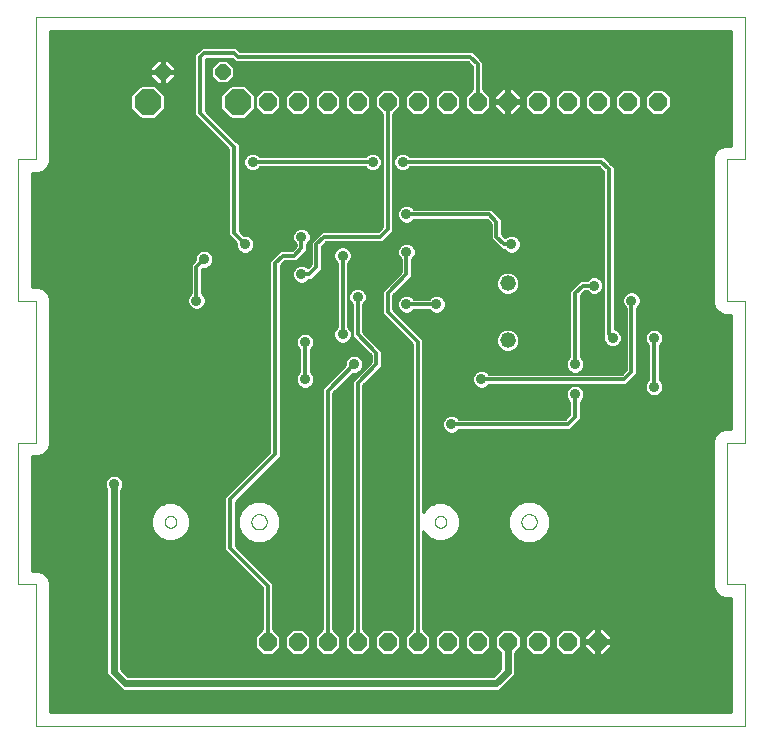
<source format=gtl>
G75*
%MOIN*%
%OFA0B0*%
%FSLAX25Y25*%
%IPPOS*%
%LPD*%
%AMOC8*
5,1,8,0,0,1.08239X$1,22.5*
%
%ADD10C,0.00100*%
%ADD11OC8,0.05937*%
%ADD12OC8,0.05150*%
%ADD13OC8,0.08858*%
%ADD14OC8,0.06000*%
%ADD15C,0.05200*%
%ADD16C,0.00000*%
%ADD17C,0.01000*%
%ADD18C,0.03569*%
%ADD19C,0.01200*%
%ADD20C,0.02400*%
D10*
X0033147Y0003390D02*
X0033147Y0050634D01*
X0027242Y0050634D01*
X0027242Y0097878D01*
X0033147Y0097878D01*
X0033147Y0145122D01*
X0027242Y0145122D01*
X0027242Y0192366D01*
X0033147Y0192366D01*
X0033147Y0239610D01*
X0269368Y0239610D01*
X0269368Y0192366D01*
X0263462Y0192366D01*
X0263462Y0145122D01*
X0269368Y0145122D01*
X0269368Y0097878D01*
X0263462Y0097878D01*
X0263462Y0050634D01*
X0269368Y0050634D01*
X0269368Y0003390D01*
X0033147Y0003390D01*
D11*
X0110352Y0031500D03*
X0120352Y0031500D03*
X0130352Y0031500D03*
X0140352Y0031500D03*
X0150352Y0031500D03*
X0160352Y0031500D03*
X0170352Y0031500D03*
X0180352Y0031500D03*
X0180352Y0211500D03*
X0170352Y0211500D03*
X0160352Y0211500D03*
X0150352Y0211500D03*
X0140352Y0211500D03*
X0130352Y0211500D03*
X0120352Y0211500D03*
X0110352Y0211500D03*
D12*
X0095352Y0221500D03*
X0075352Y0221500D03*
D13*
X0070352Y0211500D03*
X0100352Y0211500D03*
D14*
X0190352Y0211500D03*
X0200352Y0211500D03*
X0210352Y0211500D03*
X0220352Y0211500D03*
X0230352Y0211500D03*
X0240352Y0211500D03*
X0220352Y0031500D03*
X0210352Y0031500D03*
X0200352Y0031500D03*
X0190352Y0031500D03*
D15*
X0190352Y0132000D03*
X0190352Y0151000D03*
D16*
X0194919Y0071500D02*
X0194921Y0071601D01*
X0194927Y0071702D01*
X0194937Y0071803D01*
X0194951Y0071903D01*
X0194969Y0072002D01*
X0194991Y0072101D01*
X0195016Y0072199D01*
X0195046Y0072296D01*
X0195079Y0072391D01*
X0195116Y0072485D01*
X0195157Y0072578D01*
X0195201Y0072669D01*
X0195249Y0072758D01*
X0195301Y0072845D01*
X0195356Y0072930D01*
X0195414Y0073012D01*
X0195475Y0073093D01*
X0195540Y0073171D01*
X0195607Y0073246D01*
X0195677Y0073318D01*
X0195751Y0073388D01*
X0195827Y0073455D01*
X0195905Y0073519D01*
X0195986Y0073579D01*
X0196069Y0073636D01*
X0196155Y0073690D01*
X0196243Y0073741D01*
X0196332Y0073788D01*
X0196423Y0073832D01*
X0196516Y0073871D01*
X0196611Y0073908D01*
X0196706Y0073940D01*
X0196803Y0073969D01*
X0196902Y0073993D01*
X0197000Y0074014D01*
X0197100Y0074031D01*
X0197200Y0074044D01*
X0197301Y0074053D01*
X0197402Y0074058D01*
X0197503Y0074059D01*
X0197604Y0074056D01*
X0197705Y0074049D01*
X0197806Y0074038D01*
X0197906Y0074023D01*
X0198005Y0074004D01*
X0198104Y0073981D01*
X0198201Y0073955D01*
X0198298Y0073924D01*
X0198393Y0073890D01*
X0198486Y0073852D01*
X0198579Y0073810D01*
X0198669Y0073765D01*
X0198758Y0073716D01*
X0198844Y0073664D01*
X0198928Y0073608D01*
X0199011Y0073549D01*
X0199090Y0073487D01*
X0199168Y0073422D01*
X0199242Y0073354D01*
X0199314Y0073282D01*
X0199383Y0073209D01*
X0199449Y0073132D01*
X0199512Y0073053D01*
X0199572Y0072971D01*
X0199628Y0072887D01*
X0199681Y0072801D01*
X0199731Y0072713D01*
X0199777Y0072623D01*
X0199820Y0072532D01*
X0199859Y0072438D01*
X0199894Y0072343D01*
X0199925Y0072247D01*
X0199953Y0072150D01*
X0199977Y0072052D01*
X0199997Y0071953D01*
X0200013Y0071853D01*
X0200025Y0071752D01*
X0200033Y0071652D01*
X0200037Y0071551D01*
X0200037Y0071449D01*
X0200033Y0071348D01*
X0200025Y0071248D01*
X0200013Y0071147D01*
X0199997Y0071047D01*
X0199977Y0070948D01*
X0199953Y0070850D01*
X0199925Y0070753D01*
X0199894Y0070657D01*
X0199859Y0070562D01*
X0199820Y0070468D01*
X0199777Y0070377D01*
X0199731Y0070287D01*
X0199681Y0070199D01*
X0199628Y0070113D01*
X0199572Y0070029D01*
X0199512Y0069947D01*
X0199449Y0069868D01*
X0199383Y0069791D01*
X0199314Y0069718D01*
X0199242Y0069646D01*
X0199168Y0069578D01*
X0199090Y0069513D01*
X0199011Y0069451D01*
X0198928Y0069392D01*
X0198844Y0069336D01*
X0198757Y0069284D01*
X0198669Y0069235D01*
X0198579Y0069190D01*
X0198486Y0069148D01*
X0198393Y0069110D01*
X0198298Y0069076D01*
X0198201Y0069045D01*
X0198104Y0069019D01*
X0198005Y0068996D01*
X0197906Y0068977D01*
X0197806Y0068962D01*
X0197705Y0068951D01*
X0197604Y0068944D01*
X0197503Y0068941D01*
X0197402Y0068942D01*
X0197301Y0068947D01*
X0197200Y0068956D01*
X0197100Y0068969D01*
X0197000Y0068986D01*
X0196902Y0069007D01*
X0196803Y0069031D01*
X0196706Y0069060D01*
X0196611Y0069092D01*
X0196516Y0069129D01*
X0196423Y0069168D01*
X0196332Y0069212D01*
X0196243Y0069259D01*
X0196155Y0069310D01*
X0196069Y0069364D01*
X0195986Y0069421D01*
X0195905Y0069481D01*
X0195827Y0069545D01*
X0195751Y0069612D01*
X0195677Y0069682D01*
X0195607Y0069754D01*
X0195540Y0069829D01*
X0195475Y0069907D01*
X0195414Y0069988D01*
X0195356Y0070070D01*
X0195301Y0070155D01*
X0195249Y0070242D01*
X0195201Y0070331D01*
X0195157Y0070422D01*
X0195116Y0070515D01*
X0195079Y0070609D01*
X0195046Y0070704D01*
X0195016Y0070801D01*
X0194991Y0070899D01*
X0194969Y0070998D01*
X0194951Y0071097D01*
X0194937Y0071197D01*
X0194927Y0071298D01*
X0194921Y0071399D01*
X0194919Y0071500D01*
X0165981Y0071500D02*
X0165983Y0071588D01*
X0165989Y0071676D01*
X0165999Y0071764D01*
X0166013Y0071852D01*
X0166030Y0071938D01*
X0166052Y0072024D01*
X0166077Y0072108D01*
X0166107Y0072192D01*
X0166139Y0072274D01*
X0166176Y0072354D01*
X0166216Y0072433D01*
X0166260Y0072510D01*
X0166307Y0072585D01*
X0166357Y0072657D01*
X0166411Y0072728D01*
X0166467Y0072795D01*
X0166527Y0072861D01*
X0166589Y0072923D01*
X0166655Y0072983D01*
X0166722Y0073039D01*
X0166793Y0073093D01*
X0166865Y0073143D01*
X0166940Y0073190D01*
X0167017Y0073234D01*
X0167096Y0073274D01*
X0167176Y0073311D01*
X0167258Y0073343D01*
X0167342Y0073373D01*
X0167426Y0073398D01*
X0167512Y0073420D01*
X0167598Y0073437D01*
X0167686Y0073451D01*
X0167774Y0073461D01*
X0167862Y0073467D01*
X0167950Y0073469D01*
X0168038Y0073467D01*
X0168126Y0073461D01*
X0168214Y0073451D01*
X0168302Y0073437D01*
X0168388Y0073420D01*
X0168474Y0073398D01*
X0168558Y0073373D01*
X0168642Y0073343D01*
X0168724Y0073311D01*
X0168804Y0073274D01*
X0168883Y0073234D01*
X0168960Y0073190D01*
X0169035Y0073143D01*
X0169107Y0073093D01*
X0169178Y0073039D01*
X0169245Y0072983D01*
X0169311Y0072923D01*
X0169373Y0072861D01*
X0169433Y0072795D01*
X0169489Y0072728D01*
X0169543Y0072657D01*
X0169593Y0072585D01*
X0169640Y0072510D01*
X0169684Y0072433D01*
X0169724Y0072354D01*
X0169761Y0072274D01*
X0169793Y0072192D01*
X0169823Y0072108D01*
X0169848Y0072024D01*
X0169870Y0071938D01*
X0169887Y0071852D01*
X0169901Y0071764D01*
X0169911Y0071676D01*
X0169917Y0071588D01*
X0169919Y0071500D01*
X0169917Y0071412D01*
X0169911Y0071324D01*
X0169901Y0071236D01*
X0169887Y0071148D01*
X0169870Y0071062D01*
X0169848Y0070976D01*
X0169823Y0070892D01*
X0169793Y0070808D01*
X0169761Y0070726D01*
X0169724Y0070646D01*
X0169684Y0070567D01*
X0169640Y0070490D01*
X0169593Y0070415D01*
X0169543Y0070343D01*
X0169489Y0070272D01*
X0169433Y0070205D01*
X0169373Y0070139D01*
X0169311Y0070077D01*
X0169245Y0070017D01*
X0169178Y0069961D01*
X0169107Y0069907D01*
X0169035Y0069857D01*
X0168960Y0069810D01*
X0168883Y0069766D01*
X0168804Y0069726D01*
X0168724Y0069689D01*
X0168642Y0069657D01*
X0168558Y0069627D01*
X0168474Y0069602D01*
X0168388Y0069580D01*
X0168302Y0069563D01*
X0168214Y0069549D01*
X0168126Y0069539D01*
X0168038Y0069533D01*
X0167950Y0069531D01*
X0167862Y0069533D01*
X0167774Y0069539D01*
X0167686Y0069549D01*
X0167598Y0069563D01*
X0167512Y0069580D01*
X0167426Y0069602D01*
X0167342Y0069627D01*
X0167258Y0069657D01*
X0167176Y0069689D01*
X0167096Y0069726D01*
X0167017Y0069766D01*
X0166940Y0069810D01*
X0166865Y0069857D01*
X0166793Y0069907D01*
X0166722Y0069961D01*
X0166655Y0070017D01*
X0166589Y0070077D01*
X0166527Y0070139D01*
X0166467Y0070205D01*
X0166411Y0070272D01*
X0166357Y0070343D01*
X0166307Y0070415D01*
X0166260Y0070490D01*
X0166216Y0070567D01*
X0166176Y0070646D01*
X0166139Y0070726D01*
X0166107Y0070808D01*
X0166077Y0070892D01*
X0166052Y0070976D01*
X0166030Y0071062D01*
X0166013Y0071148D01*
X0165999Y0071236D01*
X0165989Y0071324D01*
X0165983Y0071412D01*
X0165981Y0071500D01*
X0104919Y0071500D02*
X0104921Y0071601D01*
X0104927Y0071702D01*
X0104937Y0071803D01*
X0104951Y0071903D01*
X0104969Y0072002D01*
X0104991Y0072101D01*
X0105016Y0072199D01*
X0105046Y0072296D01*
X0105079Y0072391D01*
X0105116Y0072485D01*
X0105157Y0072578D01*
X0105201Y0072669D01*
X0105249Y0072758D01*
X0105301Y0072845D01*
X0105356Y0072930D01*
X0105414Y0073012D01*
X0105475Y0073093D01*
X0105540Y0073171D01*
X0105607Y0073246D01*
X0105677Y0073318D01*
X0105751Y0073388D01*
X0105827Y0073455D01*
X0105905Y0073519D01*
X0105986Y0073579D01*
X0106069Y0073636D01*
X0106155Y0073690D01*
X0106243Y0073741D01*
X0106332Y0073788D01*
X0106423Y0073832D01*
X0106516Y0073871D01*
X0106611Y0073908D01*
X0106706Y0073940D01*
X0106803Y0073969D01*
X0106902Y0073993D01*
X0107000Y0074014D01*
X0107100Y0074031D01*
X0107200Y0074044D01*
X0107301Y0074053D01*
X0107402Y0074058D01*
X0107503Y0074059D01*
X0107604Y0074056D01*
X0107705Y0074049D01*
X0107806Y0074038D01*
X0107906Y0074023D01*
X0108005Y0074004D01*
X0108104Y0073981D01*
X0108201Y0073955D01*
X0108298Y0073924D01*
X0108393Y0073890D01*
X0108486Y0073852D01*
X0108579Y0073810D01*
X0108669Y0073765D01*
X0108758Y0073716D01*
X0108844Y0073664D01*
X0108928Y0073608D01*
X0109011Y0073549D01*
X0109090Y0073487D01*
X0109168Y0073422D01*
X0109242Y0073354D01*
X0109314Y0073282D01*
X0109383Y0073209D01*
X0109449Y0073132D01*
X0109512Y0073053D01*
X0109572Y0072971D01*
X0109628Y0072887D01*
X0109681Y0072801D01*
X0109731Y0072713D01*
X0109777Y0072623D01*
X0109820Y0072532D01*
X0109859Y0072438D01*
X0109894Y0072343D01*
X0109925Y0072247D01*
X0109953Y0072150D01*
X0109977Y0072052D01*
X0109997Y0071953D01*
X0110013Y0071853D01*
X0110025Y0071752D01*
X0110033Y0071652D01*
X0110037Y0071551D01*
X0110037Y0071449D01*
X0110033Y0071348D01*
X0110025Y0071248D01*
X0110013Y0071147D01*
X0109997Y0071047D01*
X0109977Y0070948D01*
X0109953Y0070850D01*
X0109925Y0070753D01*
X0109894Y0070657D01*
X0109859Y0070562D01*
X0109820Y0070468D01*
X0109777Y0070377D01*
X0109731Y0070287D01*
X0109681Y0070199D01*
X0109628Y0070113D01*
X0109572Y0070029D01*
X0109512Y0069947D01*
X0109449Y0069868D01*
X0109383Y0069791D01*
X0109314Y0069718D01*
X0109242Y0069646D01*
X0109168Y0069578D01*
X0109090Y0069513D01*
X0109011Y0069451D01*
X0108928Y0069392D01*
X0108844Y0069336D01*
X0108757Y0069284D01*
X0108669Y0069235D01*
X0108579Y0069190D01*
X0108486Y0069148D01*
X0108393Y0069110D01*
X0108298Y0069076D01*
X0108201Y0069045D01*
X0108104Y0069019D01*
X0108005Y0068996D01*
X0107906Y0068977D01*
X0107806Y0068962D01*
X0107705Y0068951D01*
X0107604Y0068944D01*
X0107503Y0068941D01*
X0107402Y0068942D01*
X0107301Y0068947D01*
X0107200Y0068956D01*
X0107100Y0068969D01*
X0107000Y0068986D01*
X0106902Y0069007D01*
X0106803Y0069031D01*
X0106706Y0069060D01*
X0106611Y0069092D01*
X0106516Y0069129D01*
X0106423Y0069168D01*
X0106332Y0069212D01*
X0106243Y0069259D01*
X0106155Y0069310D01*
X0106069Y0069364D01*
X0105986Y0069421D01*
X0105905Y0069481D01*
X0105827Y0069545D01*
X0105751Y0069612D01*
X0105677Y0069682D01*
X0105607Y0069754D01*
X0105540Y0069829D01*
X0105475Y0069907D01*
X0105414Y0069988D01*
X0105356Y0070070D01*
X0105301Y0070155D01*
X0105249Y0070242D01*
X0105201Y0070331D01*
X0105157Y0070422D01*
X0105116Y0070515D01*
X0105079Y0070609D01*
X0105046Y0070704D01*
X0105016Y0070801D01*
X0104991Y0070899D01*
X0104969Y0070998D01*
X0104951Y0071097D01*
X0104937Y0071197D01*
X0104927Y0071298D01*
X0104921Y0071399D01*
X0104919Y0071500D01*
X0075981Y0071500D02*
X0075983Y0071588D01*
X0075989Y0071676D01*
X0075999Y0071764D01*
X0076013Y0071852D01*
X0076030Y0071938D01*
X0076052Y0072024D01*
X0076077Y0072108D01*
X0076107Y0072192D01*
X0076139Y0072274D01*
X0076176Y0072354D01*
X0076216Y0072433D01*
X0076260Y0072510D01*
X0076307Y0072585D01*
X0076357Y0072657D01*
X0076411Y0072728D01*
X0076467Y0072795D01*
X0076527Y0072861D01*
X0076589Y0072923D01*
X0076655Y0072983D01*
X0076722Y0073039D01*
X0076793Y0073093D01*
X0076865Y0073143D01*
X0076940Y0073190D01*
X0077017Y0073234D01*
X0077096Y0073274D01*
X0077176Y0073311D01*
X0077258Y0073343D01*
X0077342Y0073373D01*
X0077426Y0073398D01*
X0077512Y0073420D01*
X0077598Y0073437D01*
X0077686Y0073451D01*
X0077774Y0073461D01*
X0077862Y0073467D01*
X0077950Y0073469D01*
X0078038Y0073467D01*
X0078126Y0073461D01*
X0078214Y0073451D01*
X0078302Y0073437D01*
X0078388Y0073420D01*
X0078474Y0073398D01*
X0078558Y0073373D01*
X0078642Y0073343D01*
X0078724Y0073311D01*
X0078804Y0073274D01*
X0078883Y0073234D01*
X0078960Y0073190D01*
X0079035Y0073143D01*
X0079107Y0073093D01*
X0079178Y0073039D01*
X0079245Y0072983D01*
X0079311Y0072923D01*
X0079373Y0072861D01*
X0079433Y0072795D01*
X0079489Y0072728D01*
X0079543Y0072657D01*
X0079593Y0072585D01*
X0079640Y0072510D01*
X0079684Y0072433D01*
X0079724Y0072354D01*
X0079761Y0072274D01*
X0079793Y0072192D01*
X0079823Y0072108D01*
X0079848Y0072024D01*
X0079870Y0071938D01*
X0079887Y0071852D01*
X0079901Y0071764D01*
X0079911Y0071676D01*
X0079917Y0071588D01*
X0079919Y0071500D01*
X0079917Y0071412D01*
X0079911Y0071324D01*
X0079901Y0071236D01*
X0079887Y0071148D01*
X0079870Y0071062D01*
X0079848Y0070976D01*
X0079823Y0070892D01*
X0079793Y0070808D01*
X0079761Y0070726D01*
X0079724Y0070646D01*
X0079684Y0070567D01*
X0079640Y0070490D01*
X0079593Y0070415D01*
X0079543Y0070343D01*
X0079489Y0070272D01*
X0079433Y0070205D01*
X0079373Y0070139D01*
X0079311Y0070077D01*
X0079245Y0070017D01*
X0079178Y0069961D01*
X0079107Y0069907D01*
X0079035Y0069857D01*
X0078960Y0069810D01*
X0078883Y0069766D01*
X0078804Y0069726D01*
X0078724Y0069689D01*
X0078642Y0069657D01*
X0078558Y0069627D01*
X0078474Y0069602D01*
X0078388Y0069580D01*
X0078302Y0069563D01*
X0078214Y0069549D01*
X0078126Y0069539D01*
X0078038Y0069533D01*
X0077950Y0069531D01*
X0077862Y0069533D01*
X0077774Y0069539D01*
X0077686Y0069549D01*
X0077598Y0069563D01*
X0077512Y0069580D01*
X0077426Y0069602D01*
X0077342Y0069627D01*
X0077258Y0069657D01*
X0077176Y0069689D01*
X0077096Y0069726D01*
X0077017Y0069766D01*
X0076940Y0069810D01*
X0076865Y0069857D01*
X0076793Y0069907D01*
X0076722Y0069961D01*
X0076655Y0070017D01*
X0076589Y0070077D01*
X0076527Y0070139D01*
X0076467Y0070205D01*
X0076411Y0070272D01*
X0076357Y0070343D01*
X0076307Y0070415D01*
X0076260Y0070490D01*
X0076216Y0070567D01*
X0076176Y0070646D01*
X0076139Y0070726D01*
X0076107Y0070808D01*
X0076077Y0070892D01*
X0076052Y0070976D01*
X0076030Y0071062D01*
X0076013Y0071148D01*
X0075999Y0071236D01*
X0075989Y0071324D01*
X0075983Y0071412D01*
X0075981Y0071500D01*
D17*
X0071482Y0071574D02*
X0061602Y0071574D01*
X0061602Y0070576D02*
X0071482Y0070576D01*
X0071482Y0070213D02*
X0071482Y0072787D01*
X0072467Y0075164D01*
X0074286Y0076984D01*
X0076664Y0077968D01*
X0079237Y0077968D01*
X0081615Y0076984D01*
X0083434Y0075164D01*
X0084419Y0072787D01*
X0084419Y0070213D01*
X0083434Y0067836D01*
X0081615Y0066016D01*
X0079237Y0065031D01*
X0076664Y0065031D01*
X0074286Y0066016D01*
X0072467Y0067836D01*
X0071482Y0070213D01*
X0071745Y0069577D02*
X0061602Y0069577D01*
X0061602Y0068579D02*
X0072159Y0068579D01*
X0072722Y0067580D02*
X0061602Y0067580D01*
X0061602Y0066582D02*
X0073721Y0066582D01*
X0075331Y0065583D02*
X0061602Y0065583D01*
X0061602Y0064585D02*
X0095952Y0064585D01*
X0095952Y0065583D02*
X0080569Y0065583D01*
X0082180Y0066582D02*
X0095952Y0066582D01*
X0095952Y0067580D02*
X0083179Y0067580D01*
X0083742Y0068579D02*
X0095952Y0068579D01*
X0095952Y0069577D02*
X0084156Y0069577D01*
X0084419Y0070576D02*
X0095952Y0070576D01*
X0095952Y0071574D02*
X0084419Y0071574D01*
X0084419Y0072573D02*
X0095952Y0072573D01*
X0095952Y0073571D02*
X0084094Y0073571D01*
X0083680Y0074570D02*
X0095952Y0074570D01*
X0095952Y0075568D02*
X0083030Y0075568D01*
X0082031Y0076567D02*
X0095952Y0076567D01*
X0095952Y0077566D02*
X0080210Y0077566D01*
X0075691Y0077566D02*
X0061602Y0077566D01*
X0061602Y0078564D02*
X0095952Y0078564D01*
X0095952Y0079563D02*
X0061602Y0079563D01*
X0061602Y0080561D02*
X0096726Y0080561D01*
X0095952Y0079787D02*
X0095952Y0061963D01*
X0097065Y0060850D01*
X0108452Y0049463D01*
X0108452Y0035637D01*
X0106084Y0033268D01*
X0106084Y0029732D01*
X0108584Y0027231D01*
X0112120Y0027231D01*
X0114621Y0029732D01*
X0114621Y0033268D01*
X0112252Y0035637D01*
X0112252Y0051037D01*
X0099752Y0063537D01*
X0099752Y0078213D01*
X0113639Y0092100D01*
X0114752Y0093213D01*
X0114752Y0156963D01*
X0116139Y0158350D01*
X0119889Y0158350D01*
X0122389Y0160850D01*
X0123502Y0161963D01*
X0123502Y0164038D01*
X0124217Y0164753D01*
X0124686Y0165886D01*
X0124686Y0167113D01*
X0124217Y0168247D01*
X0123349Y0169115D01*
X0122216Y0169584D01*
X0120989Y0169584D01*
X0119855Y0169115D01*
X0118987Y0168247D01*
X0118518Y0167113D01*
X0118518Y0165886D01*
X0118987Y0164753D01*
X0119702Y0164038D01*
X0119702Y0163537D01*
X0118315Y0162150D01*
X0114565Y0162150D01*
X0113452Y0161037D01*
X0110952Y0158537D01*
X0110952Y0094787D01*
X0095952Y0079787D01*
X0097725Y0081560D02*
X0061602Y0081560D01*
X0061602Y0082138D02*
X0061717Y0082253D01*
X0062186Y0083386D01*
X0062186Y0084613D01*
X0061717Y0085747D01*
X0060849Y0086615D01*
X0059716Y0087084D01*
X0058489Y0087084D01*
X0057355Y0086615D01*
X0056487Y0085747D01*
X0056018Y0084613D01*
X0056018Y0083386D01*
X0056487Y0082253D01*
X0056602Y0082138D01*
X0056602Y0021003D01*
X0056983Y0020084D01*
X0057686Y0019381D01*
X0060733Y0016334D01*
X0061436Y0015631D01*
X0062355Y0015250D01*
X0187099Y0015250D01*
X0188018Y0015631D01*
X0191768Y0019381D01*
X0192471Y0020084D01*
X0192852Y0021003D01*
X0192852Y0027919D01*
X0194652Y0029719D01*
X0194652Y0033281D01*
X0192133Y0035800D01*
X0188571Y0035800D01*
X0186052Y0033281D01*
X0186052Y0029719D01*
X0187852Y0027919D01*
X0187852Y0022536D01*
X0185567Y0020250D01*
X0063888Y0020250D01*
X0061602Y0022536D01*
X0061602Y0082138D01*
X0061843Y0082558D02*
X0098723Y0082558D01*
X0099722Y0083557D02*
X0062186Y0083557D01*
X0062186Y0084555D02*
X0100720Y0084555D01*
X0101719Y0085554D02*
X0061797Y0085554D01*
X0060912Y0086552D02*
X0102717Y0086552D01*
X0103716Y0087551D02*
X0031792Y0087551D01*
X0031792Y0088549D02*
X0104714Y0088549D01*
X0105713Y0089548D02*
X0031792Y0089548D01*
X0031792Y0090546D02*
X0106711Y0090546D01*
X0107710Y0091545D02*
X0031792Y0091545D01*
X0031792Y0092543D02*
X0108708Y0092543D01*
X0109707Y0093542D02*
X0034568Y0093542D01*
X0034052Y0093328D02*
X0035725Y0094021D01*
X0037005Y0095301D01*
X0037697Y0096973D01*
X0037697Y0146027D01*
X0037005Y0147699D01*
X0035725Y0148979D01*
X0034052Y0149672D01*
X0031792Y0149672D01*
X0031792Y0187816D01*
X0034052Y0187816D01*
X0035725Y0188509D01*
X0037005Y0189789D01*
X0037697Y0191461D01*
X0037697Y0235060D01*
X0264818Y0235060D01*
X0264818Y0196916D01*
X0262557Y0196916D01*
X0260885Y0196223D01*
X0259605Y0194944D01*
X0258912Y0193271D01*
X0258912Y0144217D01*
X0259605Y0142545D01*
X0260885Y0141265D01*
X0262557Y0140572D01*
X0264818Y0140572D01*
X0264818Y0102428D01*
X0262557Y0102428D01*
X0260885Y0101735D01*
X0259605Y0100455D01*
X0258912Y0098783D01*
X0258912Y0049729D01*
X0259605Y0048056D01*
X0260885Y0046777D01*
X0262557Y0046084D01*
X0264818Y0046084D01*
X0264818Y0007940D01*
X0037697Y0007940D01*
X0037697Y0051539D01*
X0037005Y0053211D01*
X0035725Y0054491D01*
X0034052Y0055184D01*
X0031792Y0055184D01*
X0031792Y0093328D01*
X0034052Y0093328D01*
X0036244Y0094540D02*
X0110705Y0094540D01*
X0110952Y0095539D02*
X0037103Y0095539D01*
X0037517Y0096537D02*
X0110952Y0096537D01*
X0110952Y0097536D02*
X0037697Y0097536D01*
X0037697Y0098534D02*
X0110952Y0098534D01*
X0110952Y0099533D02*
X0037697Y0099533D01*
X0037697Y0100531D02*
X0110952Y0100531D01*
X0110952Y0101530D02*
X0037697Y0101530D01*
X0037697Y0102528D02*
X0110952Y0102528D01*
X0110952Y0103527D02*
X0037697Y0103527D01*
X0037697Y0104525D02*
X0110952Y0104525D01*
X0110952Y0105524D02*
X0037697Y0105524D01*
X0037697Y0106522D02*
X0110952Y0106522D01*
X0110952Y0107521D02*
X0037697Y0107521D01*
X0037697Y0108519D02*
X0110952Y0108519D01*
X0110952Y0109518D02*
X0037697Y0109518D01*
X0037697Y0110516D02*
X0110952Y0110516D01*
X0110952Y0111515D02*
X0037697Y0111515D01*
X0037697Y0112513D02*
X0110952Y0112513D01*
X0110952Y0113512D02*
X0037697Y0113512D01*
X0037697Y0114510D02*
X0110952Y0114510D01*
X0110952Y0115509D02*
X0037697Y0115509D01*
X0037697Y0116507D02*
X0110952Y0116507D01*
X0110952Y0117506D02*
X0037697Y0117506D01*
X0037697Y0118504D02*
X0110952Y0118504D01*
X0110952Y0119503D02*
X0037697Y0119503D01*
X0037697Y0120501D02*
X0110952Y0120501D01*
X0110952Y0121500D02*
X0037697Y0121500D01*
X0037697Y0122499D02*
X0110952Y0122499D01*
X0110952Y0123497D02*
X0037697Y0123497D01*
X0037697Y0124496D02*
X0110952Y0124496D01*
X0110952Y0125494D02*
X0037697Y0125494D01*
X0037697Y0126493D02*
X0110952Y0126493D01*
X0110952Y0127491D02*
X0037697Y0127491D01*
X0037697Y0128490D02*
X0110952Y0128490D01*
X0110952Y0129488D02*
X0037697Y0129488D01*
X0037697Y0130487D02*
X0110952Y0130487D01*
X0110952Y0131485D02*
X0037697Y0131485D01*
X0037697Y0132484D02*
X0110952Y0132484D01*
X0110952Y0133482D02*
X0037697Y0133482D01*
X0037697Y0134481D02*
X0110952Y0134481D01*
X0110952Y0135479D02*
X0037697Y0135479D01*
X0037697Y0136478D02*
X0110952Y0136478D01*
X0110952Y0137476D02*
X0037697Y0137476D01*
X0037697Y0138475D02*
X0110952Y0138475D01*
X0110952Y0139473D02*
X0037697Y0139473D01*
X0037697Y0140472D02*
X0110952Y0140472D01*
X0110952Y0141470D02*
X0037697Y0141470D01*
X0037697Y0142469D02*
X0085257Y0142469D01*
X0084855Y0142635D02*
X0085989Y0142166D01*
X0087216Y0142166D01*
X0088349Y0142635D01*
X0089217Y0143503D01*
X0089686Y0144636D01*
X0089686Y0145863D01*
X0089217Y0146997D01*
X0088502Y0147712D01*
X0088502Y0155713D01*
X0088705Y0155916D01*
X0089716Y0155916D01*
X0090849Y0156385D01*
X0091717Y0157253D01*
X0092186Y0158386D01*
X0092186Y0159613D01*
X0091717Y0160747D01*
X0090849Y0161615D01*
X0089716Y0162084D01*
X0088489Y0162084D01*
X0087355Y0161615D01*
X0086487Y0160747D01*
X0086018Y0159613D01*
X0086018Y0158603D01*
X0084702Y0157287D01*
X0084702Y0147712D01*
X0083987Y0146997D01*
X0083518Y0145863D01*
X0083518Y0144636D01*
X0083987Y0143503D01*
X0084855Y0142635D01*
X0084023Y0143467D02*
X0037697Y0143467D01*
X0037697Y0144466D02*
X0083589Y0144466D01*
X0083518Y0145464D02*
X0037697Y0145464D01*
X0037517Y0146463D02*
X0083766Y0146463D01*
X0084452Y0147461D02*
X0037103Y0147461D01*
X0036244Y0148460D02*
X0084702Y0148460D01*
X0084702Y0149458D02*
X0034568Y0149458D01*
X0031792Y0150457D02*
X0084702Y0150457D01*
X0084702Y0151455D02*
X0031792Y0151455D01*
X0031792Y0152454D02*
X0084702Y0152454D01*
X0084702Y0153452D02*
X0031792Y0153452D01*
X0031792Y0154451D02*
X0084702Y0154451D01*
X0084702Y0155449D02*
X0031792Y0155449D01*
X0031792Y0156448D02*
X0084702Y0156448D01*
X0084861Y0157446D02*
X0031792Y0157446D01*
X0031792Y0158445D02*
X0085860Y0158445D01*
X0086018Y0159443D02*
X0031792Y0159443D01*
X0031792Y0160442D02*
X0086361Y0160442D01*
X0087181Y0161440D02*
X0031792Y0161440D01*
X0031792Y0162439D02*
X0100160Y0162439D01*
X0100237Y0162253D02*
X0101105Y0161385D01*
X0102239Y0160916D01*
X0103466Y0160916D01*
X0104599Y0161385D01*
X0105467Y0162253D01*
X0105936Y0163386D01*
X0105936Y0164613D01*
X0105467Y0165747D01*
X0104599Y0166615D01*
X0103466Y0167084D01*
X0102455Y0167084D01*
X0101002Y0168537D01*
X0101002Y0197287D01*
X0099889Y0198400D01*
X0089752Y0208537D01*
X0089752Y0225713D01*
X0089889Y0225850D01*
X0098315Y0225850D01*
X0099565Y0224600D01*
X0177065Y0224600D01*
X0178452Y0223213D01*
X0178452Y0215637D01*
X0176084Y0213268D01*
X0176084Y0209732D01*
X0178584Y0207231D01*
X0182120Y0207231D01*
X0184621Y0209732D01*
X0184621Y0213268D01*
X0182252Y0215637D01*
X0182252Y0224787D01*
X0181139Y0225900D01*
X0179752Y0227287D01*
X0178639Y0228400D01*
X0101139Y0228400D01*
X0101002Y0228537D01*
X0099889Y0229650D01*
X0088315Y0229650D01*
X0087065Y0228400D01*
X0085952Y0227287D01*
X0085952Y0206963D01*
X0097202Y0195713D01*
X0097202Y0166963D01*
X0099768Y0164397D01*
X0099768Y0163386D01*
X0100237Y0162253D01*
X0101050Y0161440D02*
X0091023Y0161440D01*
X0091843Y0160442D02*
X0112857Y0160442D01*
X0113856Y0161440D02*
X0104654Y0161440D01*
X0105544Y0162439D02*
X0118604Y0162439D01*
X0119603Y0163437D02*
X0105936Y0163437D01*
X0105936Y0164436D02*
X0119304Y0164436D01*
X0118705Y0165434D02*
X0105596Y0165434D01*
X0104781Y0166433D02*
X0118518Y0166433D01*
X0118650Y0167432D02*
X0102108Y0167432D01*
X0101109Y0168430D02*
X0119170Y0168430D01*
X0120613Y0169429D02*
X0101002Y0169429D01*
X0101002Y0170427D02*
X0148452Y0170427D01*
X0148452Y0169787D02*
X0147065Y0168400D01*
X0128315Y0168400D01*
X0125815Y0165900D01*
X0124702Y0164787D01*
X0124702Y0157287D01*
X0123689Y0156274D01*
X0123349Y0156615D01*
X0122216Y0157084D01*
X0120989Y0157084D01*
X0119855Y0156615D01*
X0118987Y0155747D01*
X0118518Y0154613D01*
X0118518Y0153386D01*
X0118987Y0152253D01*
X0119855Y0151385D01*
X0120989Y0150916D01*
X0122216Y0150916D01*
X0123349Y0151385D01*
X0124064Y0152100D01*
X0124889Y0152100D01*
X0126002Y0153213D01*
X0128502Y0155713D01*
X0128502Y0163213D01*
X0129889Y0164600D01*
X0148639Y0164600D01*
X0149752Y0165713D01*
X0152252Y0168213D01*
X0152252Y0207363D01*
X0154621Y0209732D01*
X0154621Y0213268D01*
X0152120Y0215768D01*
X0148584Y0215768D01*
X0146084Y0213268D01*
X0146084Y0209732D01*
X0148452Y0207363D01*
X0148452Y0169787D01*
X0148094Y0169429D02*
X0122591Y0169429D01*
X0124034Y0168430D02*
X0147095Y0168430D01*
X0148452Y0171426D02*
X0101002Y0171426D01*
X0101002Y0172424D02*
X0148452Y0172424D01*
X0148452Y0173423D02*
X0101002Y0173423D01*
X0101002Y0174421D02*
X0148452Y0174421D01*
X0148452Y0175420D02*
X0101002Y0175420D01*
X0101002Y0176418D02*
X0148452Y0176418D01*
X0148452Y0177417D02*
X0101002Y0177417D01*
X0101002Y0178415D02*
X0148452Y0178415D01*
X0148452Y0179414D02*
X0101002Y0179414D01*
X0101002Y0180412D02*
X0148452Y0180412D01*
X0148452Y0181411D02*
X0101002Y0181411D01*
X0101002Y0182409D02*
X0148452Y0182409D01*
X0148452Y0183408D02*
X0101002Y0183408D01*
X0101002Y0184406D02*
X0148452Y0184406D01*
X0148452Y0185405D02*
X0101002Y0185405D01*
X0101002Y0186403D02*
X0148452Y0186403D01*
X0148452Y0187402D02*
X0101002Y0187402D01*
X0101002Y0188400D02*
X0148452Y0188400D01*
X0148452Y0189399D02*
X0147613Y0189399D01*
X0147967Y0189753D02*
X0147099Y0188885D01*
X0145966Y0188416D01*
X0144739Y0188416D01*
X0143605Y0188885D01*
X0142890Y0189600D01*
X0107814Y0189600D01*
X0107099Y0188885D01*
X0105966Y0188416D01*
X0104739Y0188416D01*
X0103605Y0188885D01*
X0102737Y0189753D01*
X0102268Y0190886D01*
X0102268Y0192113D01*
X0102737Y0193247D01*
X0103605Y0194115D01*
X0104739Y0194584D01*
X0105966Y0194584D01*
X0107099Y0194115D01*
X0107814Y0193400D01*
X0142890Y0193400D01*
X0143605Y0194115D01*
X0144739Y0194584D01*
X0145966Y0194584D01*
X0147099Y0194115D01*
X0147967Y0193247D01*
X0148436Y0192113D01*
X0148436Y0190886D01*
X0147967Y0189753D01*
X0148234Y0190397D02*
X0148452Y0190397D01*
X0148436Y0191396D02*
X0148452Y0191396D01*
X0148452Y0192394D02*
X0148320Y0192394D01*
X0148452Y0193393D02*
X0147821Y0193393D01*
X0148452Y0194391D02*
X0146431Y0194391D01*
X0144273Y0194391D02*
X0106431Y0194391D01*
X0104273Y0194391D02*
X0101002Y0194391D01*
X0101002Y0193393D02*
X0102883Y0193393D01*
X0102384Y0192394D02*
X0101002Y0192394D01*
X0101002Y0191396D02*
X0102268Y0191396D01*
X0102470Y0190397D02*
X0101002Y0190397D01*
X0101002Y0189399D02*
X0103091Y0189399D01*
X0107613Y0189399D02*
X0143091Y0189399D01*
X0148452Y0195390D02*
X0101002Y0195390D01*
X0101002Y0196388D02*
X0148452Y0196388D01*
X0148452Y0197387D02*
X0100902Y0197387D01*
X0099904Y0198385D02*
X0148452Y0198385D01*
X0148452Y0199384D02*
X0098905Y0199384D01*
X0097907Y0200382D02*
X0148452Y0200382D01*
X0148452Y0201381D02*
X0096908Y0201381D01*
X0095910Y0202379D02*
X0148452Y0202379D01*
X0148452Y0203378D02*
X0094911Y0203378D01*
X0093913Y0204376D02*
X0148452Y0204376D01*
X0148452Y0205375D02*
X0092914Y0205375D01*
X0091916Y0206373D02*
X0097376Y0206373D01*
X0097979Y0205771D02*
X0102725Y0205771D01*
X0106081Y0209127D01*
X0106081Y0213873D01*
X0102725Y0217229D01*
X0097979Y0217229D01*
X0094623Y0213873D01*
X0094623Y0209127D01*
X0097979Y0205771D01*
X0096378Y0207372D02*
X0090917Y0207372D01*
X0089919Y0208370D02*
X0095379Y0208370D01*
X0094623Y0209369D02*
X0089752Y0209369D01*
X0089752Y0210368D02*
X0094623Y0210368D01*
X0094623Y0211366D02*
X0089752Y0211366D01*
X0089752Y0212365D02*
X0094623Y0212365D01*
X0094623Y0213363D02*
X0089752Y0213363D01*
X0089752Y0214362D02*
X0095111Y0214362D01*
X0096110Y0215360D02*
X0089752Y0215360D01*
X0089752Y0216359D02*
X0097108Y0216359D01*
X0096957Y0217625D02*
X0099227Y0219895D01*
X0099227Y0223105D01*
X0096957Y0225375D01*
X0093747Y0225375D01*
X0091477Y0223105D01*
X0091477Y0219895D01*
X0093747Y0217625D01*
X0096957Y0217625D01*
X0097687Y0218356D02*
X0178452Y0218356D01*
X0178452Y0219354D02*
X0098686Y0219354D01*
X0099227Y0220353D02*
X0178452Y0220353D01*
X0178452Y0221351D02*
X0099227Y0221351D01*
X0099227Y0222350D02*
X0178452Y0222350D01*
X0178317Y0223348D02*
X0098984Y0223348D01*
X0097985Y0224347D02*
X0177318Y0224347D01*
X0179752Y0227287D02*
X0179752Y0227287D01*
X0179697Y0227342D02*
X0264818Y0227342D01*
X0264818Y0226344D02*
X0180695Y0226344D01*
X0181139Y0225900D02*
X0181139Y0225900D01*
X0181694Y0225345D02*
X0264818Y0225345D01*
X0264818Y0224347D02*
X0182252Y0224347D01*
X0182252Y0223348D02*
X0264818Y0223348D01*
X0264818Y0222350D02*
X0182252Y0222350D01*
X0182252Y0221351D02*
X0264818Y0221351D01*
X0264818Y0220353D02*
X0182252Y0220353D01*
X0182252Y0219354D02*
X0264818Y0219354D01*
X0264818Y0218356D02*
X0182252Y0218356D01*
X0182252Y0217357D02*
X0264818Y0217357D01*
X0264818Y0216359D02*
X0182252Y0216359D01*
X0182529Y0215360D02*
X0187848Y0215360D01*
X0188488Y0216000D02*
X0185852Y0213364D01*
X0185852Y0212000D01*
X0189852Y0212000D01*
X0189852Y0211000D01*
X0185852Y0211000D01*
X0185852Y0209636D01*
X0188488Y0207000D01*
X0189852Y0207000D01*
X0189852Y0211000D01*
X0190852Y0211000D01*
X0190852Y0207000D01*
X0192216Y0207000D01*
X0194852Y0209636D01*
X0194852Y0211000D01*
X0190852Y0211000D01*
X0190852Y0212000D01*
X0189852Y0212000D01*
X0189852Y0216000D01*
X0188488Y0216000D01*
X0189852Y0215360D02*
X0190852Y0215360D01*
X0190852Y0216000D02*
X0190852Y0212000D01*
X0194852Y0212000D01*
X0194852Y0213364D01*
X0192216Y0216000D01*
X0190852Y0216000D01*
X0190852Y0214362D02*
X0189852Y0214362D01*
X0189852Y0213363D02*
X0190852Y0213363D01*
X0190852Y0212365D02*
X0189852Y0212365D01*
X0189852Y0211366D02*
X0184621Y0211366D01*
X0184621Y0210368D02*
X0185852Y0210368D01*
X0186119Y0209369D02*
X0184258Y0209369D01*
X0183259Y0208370D02*
X0187118Y0208370D01*
X0188116Y0207372D02*
X0182261Y0207372D01*
X0178444Y0207372D02*
X0172261Y0207372D01*
X0172120Y0207231D02*
X0174621Y0209732D01*
X0174621Y0213268D01*
X0172120Y0215768D01*
X0168584Y0215768D01*
X0166084Y0213268D01*
X0166084Y0209732D01*
X0168584Y0207231D01*
X0172120Y0207231D01*
X0173259Y0208370D02*
X0177445Y0208370D01*
X0176446Y0209369D02*
X0174258Y0209369D01*
X0174621Y0210368D02*
X0176084Y0210368D01*
X0176084Y0211366D02*
X0174621Y0211366D01*
X0174621Y0212365D02*
X0176084Y0212365D01*
X0176179Y0213363D02*
X0174526Y0213363D01*
X0173527Y0214362D02*
X0177177Y0214362D01*
X0178176Y0215360D02*
X0172529Y0215360D01*
X0168176Y0215360D02*
X0162529Y0215360D01*
X0162120Y0215768D02*
X0158584Y0215768D01*
X0156084Y0213268D01*
X0156084Y0209732D01*
X0158584Y0207231D01*
X0162120Y0207231D01*
X0164621Y0209732D01*
X0164621Y0213268D01*
X0162120Y0215768D01*
X0163527Y0214362D02*
X0167177Y0214362D01*
X0166179Y0213363D02*
X0164526Y0213363D01*
X0164621Y0212365D02*
X0166084Y0212365D01*
X0166084Y0211366D02*
X0164621Y0211366D01*
X0164621Y0210368D02*
X0166084Y0210368D01*
X0166446Y0209369D02*
X0164258Y0209369D01*
X0163259Y0208370D02*
X0167445Y0208370D01*
X0168444Y0207372D02*
X0162261Y0207372D01*
X0158444Y0207372D02*
X0152261Y0207372D01*
X0152252Y0206373D02*
X0264818Y0206373D01*
X0264818Y0205375D02*
X0152252Y0205375D01*
X0152252Y0204376D02*
X0264818Y0204376D01*
X0264818Y0203378D02*
X0152252Y0203378D01*
X0152252Y0202379D02*
X0264818Y0202379D01*
X0264818Y0201381D02*
X0152252Y0201381D01*
X0152252Y0200382D02*
X0264818Y0200382D01*
X0264818Y0199384D02*
X0152252Y0199384D01*
X0152252Y0198385D02*
X0264818Y0198385D01*
X0264818Y0197387D02*
X0152252Y0197387D01*
X0152252Y0196388D02*
X0261283Y0196388D01*
X0260051Y0195390D02*
X0152252Y0195390D01*
X0152252Y0194391D02*
X0154273Y0194391D01*
X0154739Y0194584D02*
X0153605Y0194115D01*
X0152737Y0193247D01*
X0152268Y0192113D01*
X0152268Y0190886D01*
X0152737Y0189753D01*
X0153605Y0188885D01*
X0154739Y0188416D01*
X0155966Y0188416D01*
X0157099Y0188885D01*
X0157814Y0189600D01*
X0220815Y0189600D01*
X0222202Y0188213D01*
X0222202Y0133213D01*
X0222268Y0133147D01*
X0222268Y0132136D01*
X0222737Y0131003D01*
X0223605Y0130135D01*
X0224739Y0129666D01*
X0225966Y0129666D01*
X0227099Y0130135D01*
X0227967Y0131003D01*
X0228436Y0132136D01*
X0228436Y0133363D01*
X0227967Y0134497D01*
X0227099Y0135365D01*
X0226002Y0135819D01*
X0226002Y0189787D01*
X0224889Y0190900D01*
X0222389Y0193400D01*
X0157814Y0193400D01*
X0157099Y0194115D01*
X0155966Y0194584D01*
X0154739Y0194584D01*
X0156431Y0194391D02*
X0259376Y0194391D01*
X0258963Y0193393D02*
X0222396Y0193393D01*
X0223395Y0192394D02*
X0258912Y0192394D01*
X0258912Y0191396D02*
X0224393Y0191396D01*
X0225392Y0190397D02*
X0258912Y0190397D01*
X0258912Y0189399D02*
X0226002Y0189399D01*
X0226002Y0188400D02*
X0258912Y0188400D01*
X0258912Y0187402D02*
X0226002Y0187402D01*
X0226002Y0186403D02*
X0258912Y0186403D01*
X0258912Y0185405D02*
X0226002Y0185405D01*
X0226002Y0184406D02*
X0258912Y0184406D01*
X0258912Y0183408D02*
X0226002Y0183408D01*
X0226002Y0182409D02*
X0258912Y0182409D01*
X0258912Y0181411D02*
X0226002Y0181411D01*
X0226002Y0180412D02*
X0258912Y0180412D01*
X0258912Y0179414D02*
X0226002Y0179414D01*
X0226002Y0178415D02*
X0258912Y0178415D01*
X0258912Y0177417D02*
X0226002Y0177417D01*
X0226002Y0176418D02*
X0258912Y0176418D01*
X0258912Y0175420D02*
X0226002Y0175420D01*
X0226002Y0174421D02*
X0258912Y0174421D01*
X0258912Y0173423D02*
X0226002Y0173423D01*
X0226002Y0172424D02*
X0258912Y0172424D01*
X0258912Y0171426D02*
X0226002Y0171426D01*
X0226002Y0170427D02*
X0258912Y0170427D01*
X0258912Y0169429D02*
X0226002Y0169429D01*
X0226002Y0168430D02*
X0258912Y0168430D01*
X0258912Y0167432D02*
X0226002Y0167432D01*
X0226002Y0166433D02*
X0258912Y0166433D01*
X0258912Y0165434D02*
X0226002Y0165434D01*
X0226002Y0164436D02*
X0258912Y0164436D01*
X0258912Y0163437D02*
X0226002Y0163437D01*
X0226002Y0162439D02*
X0258912Y0162439D01*
X0258912Y0161440D02*
X0226002Y0161440D01*
X0226002Y0160442D02*
X0258912Y0160442D01*
X0258912Y0159443D02*
X0226002Y0159443D01*
X0226002Y0158445D02*
X0258912Y0158445D01*
X0258912Y0157446D02*
X0226002Y0157446D01*
X0226002Y0156448D02*
X0258912Y0156448D01*
X0258912Y0155449D02*
X0226002Y0155449D01*
X0226002Y0154451D02*
X0258912Y0154451D01*
X0258912Y0153452D02*
X0226002Y0153452D01*
X0226002Y0152454D02*
X0258912Y0152454D01*
X0258912Y0151455D02*
X0226002Y0151455D01*
X0226002Y0150457D02*
X0258912Y0150457D01*
X0258912Y0149458D02*
X0226002Y0149458D01*
X0226002Y0148460D02*
X0258912Y0148460D01*
X0258912Y0147461D02*
X0233753Y0147461D01*
X0233349Y0147865D02*
X0232216Y0148334D01*
X0230989Y0148334D01*
X0229855Y0147865D01*
X0228987Y0146997D01*
X0228518Y0145863D01*
X0228518Y0144636D01*
X0228987Y0143503D01*
X0229702Y0142788D01*
X0229702Y0122287D01*
X0228315Y0120900D01*
X0184064Y0120900D01*
X0183349Y0121615D01*
X0182216Y0122084D01*
X0180989Y0122084D01*
X0179855Y0121615D01*
X0178987Y0120747D01*
X0178518Y0119613D01*
X0178518Y0118386D01*
X0178987Y0117253D01*
X0179855Y0116385D01*
X0180989Y0115916D01*
X0182216Y0115916D01*
X0183349Y0116385D01*
X0184064Y0117100D01*
X0229889Y0117100D01*
X0232389Y0119600D01*
X0233502Y0120713D01*
X0233502Y0142788D01*
X0234217Y0143503D01*
X0234686Y0144636D01*
X0234686Y0145863D01*
X0234217Y0146997D01*
X0233349Y0147865D01*
X0234438Y0146463D02*
X0258912Y0146463D01*
X0258912Y0145464D02*
X0234686Y0145464D01*
X0234616Y0144466D02*
X0258912Y0144466D01*
X0259223Y0143467D02*
X0234181Y0143467D01*
X0233502Y0142469D02*
X0259681Y0142469D01*
X0260679Y0141470D02*
X0233502Y0141470D01*
X0233502Y0140472D02*
X0264818Y0140472D01*
X0264818Y0139473D02*
X0233502Y0139473D01*
X0233502Y0138475D02*
X0264818Y0138475D01*
X0264818Y0137476D02*
X0233502Y0137476D01*
X0233502Y0136478D02*
X0264818Y0136478D01*
X0264818Y0135479D02*
X0240573Y0135479D01*
X0240849Y0135365D02*
X0239716Y0135834D01*
X0238489Y0135834D01*
X0237355Y0135365D01*
X0236487Y0134497D01*
X0236018Y0133363D01*
X0236018Y0132136D01*
X0236487Y0131003D01*
X0237202Y0130288D01*
X0237202Y0118962D01*
X0236487Y0118247D01*
X0236018Y0117113D01*
X0236018Y0115886D01*
X0236487Y0114753D01*
X0237355Y0113885D01*
X0238489Y0113416D01*
X0239716Y0113416D01*
X0240849Y0113885D01*
X0241717Y0114753D01*
X0242186Y0115886D01*
X0242186Y0117113D01*
X0241717Y0118247D01*
X0241002Y0118962D01*
X0241002Y0130288D01*
X0241717Y0131003D01*
X0242186Y0132136D01*
X0242186Y0133363D01*
X0241717Y0134497D01*
X0240849Y0135365D01*
X0241724Y0134481D02*
X0264818Y0134481D01*
X0264818Y0133482D02*
X0242137Y0133482D01*
X0242186Y0132484D02*
X0264818Y0132484D01*
X0264818Y0131485D02*
X0241916Y0131485D01*
X0241200Y0130487D02*
X0264818Y0130487D01*
X0264818Y0129488D02*
X0241002Y0129488D01*
X0241002Y0128490D02*
X0264818Y0128490D01*
X0264818Y0127491D02*
X0241002Y0127491D01*
X0241002Y0126493D02*
X0264818Y0126493D01*
X0264818Y0125494D02*
X0241002Y0125494D01*
X0241002Y0124496D02*
X0264818Y0124496D01*
X0264818Y0123497D02*
X0241002Y0123497D01*
X0241002Y0122499D02*
X0264818Y0122499D01*
X0264818Y0121500D02*
X0241002Y0121500D01*
X0241002Y0120501D02*
X0264818Y0120501D01*
X0264818Y0119503D02*
X0241002Y0119503D01*
X0241459Y0118504D02*
X0264818Y0118504D01*
X0264818Y0117506D02*
X0242024Y0117506D01*
X0242186Y0116507D02*
X0264818Y0116507D01*
X0264818Y0115509D02*
X0242030Y0115509D01*
X0241474Y0114510D02*
X0264818Y0114510D01*
X0264818Y0113512D02*
X0239948Y0113512D01*
X0238256Y0113512D02*
X0215936Y0113512D01*
X0215936Y0113386D02*
X0215936Y0114613D01*
X0215467Y0115747D01*
X0214599Y0116615D01*
X0213466Y0117084D01*
X0212239Y0117084D01*
X0211105Y0116615D01*
X0210237Y0115747D01*
X0209768Y0114613D01*
X0209768Y0113386D01*
X0210237Y0112253D01*
X0210952Y0111538D01*
X0210952Y0107287D01*
X0209565Y0105900D01*
X0174064Y0105900D01*
X0173349Y0106615D01*
X0172216Y0107084D01*
X0170989Y0107084D01*
X0169855Y0106615D01*
X0168987Y0105747D01*
X0168518Y0104613D01*
X0168518Y0103386D01*
X0168987Y0102253D01*
X0169855Y0101385D01*
X0170989Y0100916D01*
X0172216Y0100916D01*
X0173349Y0101385D01*
X0174064Y0102100D01*
X0211139Y0102100D01*
X0213639Y0104600D01*
X0214752Y0105713D01*
X0214752Y0111538D01*
X0215467Y0112253D01*
X0215936Y0113386D01*
X0215575Y0112513D02*
X0264818Y0112513D01*
X0264818Y0111515D02*
X0214752Y0111515D01*
X0214752Y0110516D02*
X0264818Y0110516D01*
X0264818Y0109518D02*
X0214752Y0109518D01*
X0214752Y0108519D02*
X0264818Y0108519D01*
X0264818Y0107521D02*
X0214752Y0107521D01*
X0214752Y0106522D02*
X0264818Y0106522D01*
X0264818Y0105524D02*
X0214563Y0105524D01*
X0213564Y0104525D02*
X0264818Y0104525D01*
X0264818Y0103527D02*
X0212566Y0103527D01*
X0211567Y0102528D02*
X0264818Y0102528D01*
X0260679Y0101530D02*
X0173494Y0101530D01*
X0169710Y0101530D02*
X0162252Y0101530D01*
X0162252Y0102528D02*
X0168873Y0102528D01*
X0168518Y0103527D02*
X0162252Y0103527D01*
X0162252Y0104525D02*
X0168518Y0104525D01*
X0168895Y0105524D02*
X0162252Y0105524D01*
X0162252Y0106522D02*
X0169763Y0106522D01*
X0173442Y0106522D02*
X0210187Y0106522D01*
X0210952Y0107521D02*
X0162252Y0107521D01*
X0162252Y0108519D02*
X0210952Y0108519D01*
X0210952Y0109518D02*
X0162252Y0109518D01*
X0162252Y0110516D02*
X0210952Y0110516D01*
X0210952Y0111515D02*
X0162252Y0111515D01*
X0162252Y0112513D02*
X0210129Y0112513D01*
X0209768Y0113512D02*
X0162252Y0113512D01*
X0162252Y0114510D02*
X0209768Y0114510D01*
X0210139Y0115509D02*
X0162252Y0115509D01*
X0162252Y0116507D02*
X0179733Y0116507D01*
X0178883Y0117506D02*
X0162252Y0117506D01*
X0162252Y0118504D02*
X0178518Y0118504D01*
X0178518Y0119503D02*
X0162252Y0119503D01*
X0162252Y0120501D02*
X0178886Y0120501D01*
X0179740Y0121500D02*
X0162252Y0121500D01*
X0162252Y0122499D02*
X0210136Y0122499D01*
X0210237Y0122253D02*
X0211105Y0121385D01*
X0212239Y0120916D01*
X0213466Y0120916D01*
X0214599Y0121385D01*
X0215467Y0122253D01*
X0215936Y0123386D01*
X0215936Y0124613D01*
X0215467Y0125747D01*
X0214752Y0126462D01*
X0214752Y0146963D01*
X0216139Y0148350D01*
X0216640Y0148350D01*
X0217355Y0147635D01*
X0218489Y0147166D01*
X0219716Y0147166D01*
X0220849Y0147635D01*
X0221717Y0148503D01*
X0222186Y0149636D01*
X0222186Y0150863D01*
X0221717Y0151997D01*
X0220849Y0152865D01*
X0219716Y0153334D01*
X0218489Y0153334D01*
X0217355Y0152865D01*
X0216640Y0152150D01*
X0214565Y0152150D01*
X0213452Y0151037D01*
X0210952Y0148537D01*
X0210952Y0126462D01*
X0210237Y0125747D01*
X0209768Y0124613D01*
X0209768Y0123386D01*
X0210237Y0122253D01*
X0210990Y0121500D02*
X0183464Y0121500D01*
X0188143Y0128694D02*
X0189576Y0128100D01*
X0191128Y0128100D01*
X0192561Y0128694D01*
X0193658Y0129791D01*
X0194252Y0131224D01*
X0194252Y0132776D01*
X0193658Y0134209D01*
X0192561Y0135306D01*
X0191128Y0135900D01*
X0189576Y0135900D01*
X0188143Y0135306D01*
X0187046Y0134209D01*
X0186452Y0132776D01*
X0186452Y0131224D01*
X0187046Y0129791D01*
X0188143Y0128694D01*
X0188636Y0128490D02*
X0162252Y0128490D01*
X0162252Y0129488D02*
X0187349Y0129488D01*
X0186758Y0130487D02*
X0162252Y0130487D01*
X0162252Y0131485D02*
X0186452Y0131485D01*
X0186452Y0132484D02*
X0162055Y0132484D01*
X0162252Y0132287D02*
X0152252Y0142287D01*
X0152252Y0146963D01*
X0157389Y0152100D01*
X0158502Y0153213D01*
X0158502Y0159038D01*
X0159217Y0159753D01*
X0159686Y0160886D01*
X0159686Y0162113D01*
X0159217Y0163247D01*
X0158349Y0164115D01*
X0157216Y0164584D01*
X0155989Y0164584D01*
X0154855Y0164115D01*
X0153987Y0163247D01*
X0153518Y0162113D01*
X0153518Y0160886D01*
X0153987Y0159753D01*
X0154702Y0159038D01*
X0154702Y0154787D01*
X0148452Y0148537D01*
X0148452Y0140713D01*
X0149565Y0139600D01*
X0158452Y0130713D01*
X0158452Y0035637D01*
X0156084Y0033268D01*
X0156084Y0029732D01*
X0158584Y0027231D01*
X0162120Y0027231D01*
X0164621Y0029732D01*
X0164621Y0033268D01*
X0162252Y0035637D01*
X0162252Y0068354D01*
X0162467Y0067836D01*
X0164286Y0066016D01*
X0166664Y0065031D01*
X0169237Y0065031D01*
X0171615Y0066016D01*
X0173434Y0067836D01*
X0174419Y0070213D01*
X0174419Y0072787D01*
X0173434Y0075164D01*
X0171615Y0076984D01*
X0169237Y0077968D01*
X0166664Y0077968D01*
X0164286Y0076984D01*
X0162467Y0075164D01*
X0162252Y0074646D01*
X0162252Y0132287D01*
X0161057Y0133482D02*
X0186745Y0133482D01*
X0187317Y0134481D02*
X0160058Y0134481D01*
X0159060Y0135479D02*
X0188560Y0135479D01*
X0192144Y0135479D02*
X0210952Y0135479D01*
X0210952Y0134481D02*
X0193387Y0134481D01*
X0193959Y0133482D02*
X0210952Y0133482D01*
X0210952Y0132484D02*
X0194252Y0132484D01*
X0194252Y0131485D02*
X0210952Y0131485D01*
X0210952Y0130487D02*
X0193947Y0130487D01*
X0193356Y0129488D02*
X0210952Y0129488D01*
X0210952Y0128490D02*
X0192068Y0128490D01*
X0183471Y0116507D02*
X0210998Y0116507D01*
X0214706Y0116507D02*
X0236018Y0116507D01*
X0236174Y0115509D02*
X0215565Y0115509D01*
X0215936Y0114510D02*
X0236730Y0114510D01*
X0236180Y0117506D02*
X0230295Y0117506D01*
X0231294Y0118504D02*
X0236745Y0118504D01*
X0237202Y0119503D02*
X0232292Y0119503D01*
X0233291Y0120501D02*
X0237202Y0120501D01*
X0237202Y0121500D02*
X0233502Y0121500D01*
X0233502Y0122499D02*
X0237202Y0122499D01*
X0237202Y0123497D02*
X0233502Y0123497D01*
X0233502Y0124496D02*
X0237202Y0124496D01*
X0237202Y0125494D02*
X0233502Y0125494D01*
X0233502Y0126493D02*
X0237202Y0126493D01*
X0237202Y0127491D02*
X0233502Y0127491D01*
X0233502Y0128490D02*
X0237202Y0128490D01*
X0237202Y0129488D02*
X0233502Y0129488D01*
X0233502Y0130487D02*
X0237004Y0130487D01*
X0236288Y0131485D02*
X0233502Y0131485D01*
X0233502Y0132484D02*
X0236018Y0132484D01*
X0236067Y0133482D02*
X0233502Y0133482D01*
X0233502Y0134481D02*
X0236481Y0134481D01*
X0237631Y0135479D02*
X0233502Y0135479D01*
X0229702Y0135479D02*
X0226823Y0135479D01*
X0226002Y0136478D02*
X0229702Y0136478D01*
X0229702Y0137476D02*
X0226002Y0137476D01*
X0226002Y0138475D02*
X0229702Y0138475D01*
X0229702Y0139473D02*
X0226002Y0139473D01*
X0226002Y0140472D02*
X0229702Y0140472D01*
X0229702Y0141470D02*
X0226002Y0141470D01*
X0226002Y0142469D02*
X0229702Y0142469D01*
X0229023Y0143467D02*
X0226002Y0143467D01*
X0226002Y0144466D02*
X0228589Y0144466D01*
X0228518Y0145464D02*
X0226002Y0145464D01*
X0226002Y0146463D02*
X0228766Y0146463D01*
X0229452Y0147461D02*
X0226002Y0147461D01*
X0222202Y0147461D02*
X0220429Y0147461D01*
X0221674Y0148460D02*
X0222202Y0148460D01*
X0222202Y0149458D02*
X0222112Y0149458D01*
X0222186Y0150457D02*
X0222202Y0150457D01*
X0222202Y0151455D02*
X0221941Y0151455D01*
X0222202Y0152454D02*
X0221260Y0152454D01*
X0222202Y0153452D02*
X0193415Y0153452D01*
X0193658Y0153209D02*
X0192561Y0154306D01*
X0191128Y0154900D01*
X0189576Y0154900D01*
X0188143Y0154306D01*
X0187046Y0153209D01*
X0186452Y0151776D01*
X0186452Y0150224D01*
X0187046Y0148791D01*
X0188143Y0147694D01*
X0189576Y0147100D01*
X0191128Y0147100D01*
X0192561Y0147694D01*
X0193658Y0148791D01*
X0194252Y0150224D01*
X0194252Y0151776D01*
X0193658Y0153209D01*
X0193971Y0152454D02*
X0216944Y0152454D01*
X0213870Y0151455D02*
X0194252Y0151455D01*
X0194252Y0150457D02*
X0212872Y0150457D01*
X0211873Y0149458D02*
X0193935Y0149458D01*
X0193327Y0148460D02*
X0210952Y0148460D01*
X0210952Y0147461D02*
X0192000Y0147461D01*
X0188704Y0147461D02*
X0152750Y0147461D01*
X0152252Y0146463D02*
X0154703Y0146463D01*
X0154855Y0146615D02*
X0153987Y0145747D01*
X0153518Y0144613D01*
X0153518Y0143386D01*
X0153987Y0142253D01*
X0154855Y0141385D01*
X0155989Y0140916D01*
X0157216Y0140916D01*
X0158349Y0141385D01*
X0159064Y0142100D01*
X0164140Y0142100D01*
X0164855Y0141385D01*
X0165989Y0140916D01*
X0167216Y0140916D01*
X0168349Y0141385D01*
X0169217Y0142253D01*
X0169686Y0143386D01*
X0169686Y0144613D01*
X0169217Y0145747D01*
X0168349Y0146615D01*
X0167216Y0147084D01*
X0165989Y0147084D01*
X0164855Y0146615D01*
X0164140Y0145900D01*
X0159064Y0145900D01*
X0158349Y0146615D01*
X0157216Y0147084D01*
X0155989Y0147084D01*
X0154855Y0146615D01*
X0153870Y0145464D02*
X0152252Y0145464D01*
X0152252Y0144466D02*
X0153518Y0144466D01*
X0153518Y0143467D02*
X0152252Y0143467D01*
X0152252Y0142469D02*
X0153898Y0142469D01*
X0153069Y0141470D02*
X0154770Y0141470D01*
X0154067Y0140472D02*
X0210952Y0140472D01*
X0210952Y0141470D02*
X0168434Y0141470D01*
X0169306Y0142469D02*
X0210952Y0142469D01*
X0210952Y0143467D02*
X0169686Y0143467D01*
X0169686Y0144466D02*
X0210952Y0144466D01*
X0210952Y0145464D02*
X0169334Y0145464D01*
X0168501Y0146463D02*
X0210952Y0146463D01*
X0214752Y0146463D02*
X0222202Y0146463D01*
X0222202Y0145464D02*
X0214752Y0145464D01*
X0214752Y0144466D02*
X0222202Y0144466D01*
X0222202Y0143467D02*
X0214752Y0143467D01*
X0214752Y0142469D02*
X0222202Y0142469D01*
X0222202Y0141470D02*
X0214752Y0141470D01*
X0214752Y0140472D02*
X0222202Y0140472D01*
X0222202Y0139473D02*
X0214752Y0139473D01*
X0214752Y0138475D02*
X0222202Y0138475D01*
X0222202Y0137476D02*
X0214752Y0137476D01*
X0214752Y0136478D02*
X0222202Y0136478D01*
X0222202Y0135479D02*
X0214752Y0135479D01*
X0214752Y0134481D02*
X0222202Y0134481D01*
X0222202Y0133482D02*
X0214752Y0133482D01*
X0214752Y0132484D02*
X0222268Y0132484D01*
X0222538Y0131485D02*
X0214752Y0131485D01*
X0214752Y0130487D02*
X0223254Y0130487D01*
X0227450Y0130487D02*
X0229702Y0130487D01*
X0229702Y0131485D02*
X0228166Y0131485D01*
X0228436Y0132484D02*
X0229702Y0132484D01*
X0229702Y0133482D02*
X0228387Y0133482D01*
X0227974Y0134481D02*
X0229702Y0134481D01*
X0229702Y0129488D02*
X0214752Y0129488D01*
X0214752Y0128490D02*
X0229702Y0128490D01*
X0229702Y0127491D02*
X0214752Y0127491D01*
X0214752Y0126493D02*
X0229702Y0126493D01*
X0229702Y0125494D02*
X0215572Y0125494D01*
X0215936Y0124496D02*
X0229702Y0124496D01*
X0229702Y0123497D02*
X0215936Y0123497D01*
X0215568Y0122499D02*
X0229702Y0122499D01*
X0228915Y0121500D02*
X0214714Y0121500D01*
X0209768Y0123497D02*
X0162252Y0123497D01*
X0162252Y0124496D02*
X0209768Y0124496D01*
X0210133Y0125494D02*
X0162252Y0125494D01*
X0162252Y0126493D02*
X0210952Y0126493D01*
X0210952Y0127491D02*
X0162252Y0127491D01*
X0158452Y0127491D02*
X0148502Y0127491D01*
X0148502Y0126493D02*
X0158452Y0126493D01*
X0158452Y0125494D02*
X0148502Y0125494D01*
X0148502Y0124496D02*
X0158452Y0124496D01*
X0158452Y0123497D02*
X0148502Y0123497D01*
X0148502Y0123213D02*
X0148502Y0128537D01*
X0142252Y0134787D01*
X0142252Y0144038D01*
X0142967Y0144753D01*
X0143436Y0145886D01*
X0143436Y0147113D01*
X0142967Y0148247D01*
X0142099Y0149115D01*
X0140966Y0149584D01*
X0139739Y0149584D01*
X0138605Y0149115D01*
X0137737Y0148247D01*
X0137268Y0147113D01*
X0137268Y0145886D01*
X0137737Y0144753D01*
X0138452Y0144038D01*
X0138452Y0133213D01*
X0139565Y0132100D01*
X0144702Y0126963D01*
X0144702Y0124787D01*
X0138452Y0118537D01*
X0138452Y0035637D01*
X0136084Y0033268D01*
X0136084Y0029732D01*
X0138584Y0027231D01*
X0142120Y0027231D01*
X0144621Y0029732D01*
X0144621Y0033268D01*
X0142252Y0035637D01*
X0142252Y0116963D01*
X0147389Y0122100D01*
X0148502Y0123213D01*
X0147788Y0122499D02*
X0158452Y0122499D01*
X0158452Y0121500D02*
X0146789Y0121500D01*
X0145791Y0120501D02*
X0158452Y0120501D01*
X0158452Y0119503D02*
X0144792Y0119503D01*
X0143794Y0118504D02*
X0158452Y0118504D01*
X0158452Y0117506D02*
X0142795Y0117506D01*
X0142252Y0116507D02*
X0158452Y0116507D01*
X0158452Y0115509D02*
X0142252Y0115509D01*
X0142252Y0114510D02*
X0158452Y0114510D01*
X0158452Y0113512D02*
X0142252Y0113512D01*
X0142252Y0112513D02*
X0158452Y0112513D01*
X0158452Y0111515D02*
X0142252Y0111515D01*
X0142252Y0110516D02*
X0158452Y0110516D01*
X0158452Y0109518D02*
X0142252Y0109518D01*
X0142252Y0108519D02*
X0158452Y0108519D01*
X0158452Y0107521D02*
X0142252Y0107521D01*
X0142252Y0106522D02*
X0158452Y0106522D01*
X0158452Y0105524D02*
X0142252Y0105524D01*
X0142252Y0104525D02*
X0158452Y0104525D01*
X0158452Y0103527D02*
X0142252Y0103527D01*
X0142252Y0102528D02*
X0158452Y0102528D01*
X0158452Y0101530D02*
X0142252Y0101530D01*
X0142252Y0100531D02*
X0158452Y0100531D01*
X0158452Y0099533D02*
X0142252Y0099533D01*
X0142252Y0098534D02*
X0158452Y0098534D01*
X0158452Y0097536D02*
X0142252Y0097536D01*
X0142252Y0096537D02*
X0158452Y0096537D01*
X0158452Y0095539D02*
X0142252Y0095539D01*
X0142252Y0094540D02*
X0158452Y0094540D01*
X0158452Y0093542D02*
X0142252Y0093542D01*
X0142252Y0092543D02*
X0158452Y0092543D01*
X0158452Y0091545D02*
X0142252Y0091545D01*
X0142252Y0090546D02*
X0158452Y0090546D01*
X0158452Y0089548D02*
X0142252Y0089548D01*
X0142252Y0088549D02*
X0158452Y0088549D01*
X0158452Y0087551D02*
X0142252Y0087551D01*
X0142252Y0086552D02*
X0158452Y0086552D01*
X0158452Y0085554D02*
X0142252Y0085554D01*
X0142252Y0084555D02*
X0158452Y0084555D01*
X0158452Y0083557D02*
X0142252Y0083557D01*
X0142252Y0082558D02*
X0158452Y0082558D01*
X0158452Y0081560D02*
X0142252Y0081560D01*
X0142252Y0080561D02*
X0158452Y0080561D01*
X0158452Y0079563D02*
X0142252Y0079563D01*
X0142252Y0078564D02*
X0158452Y0078564D01*
X0158452Y0077566D02*
X0142252Y0077566D01*
X0142252Y0076567D02*
X0158452Y0076567D01*
X0158452Y0075568D02*
X0142252Y0075568D01*
X0142252Y0074570D02*
X0158452Y0074570D01*
X0158452Y0073571D02*
X0142252Y0073571D01*
X0142252Y0072573D02*
X0158452Y0072573D01*
X0158452Y0071574D02*
X0142252Y0071574D01*
X0142252Y0070576D02*
X0158452Y0070576D01*
X0158452Y0069577D02*
X0142252Y0069577D01*
X0142252Y0068579D02*
X0158452Y0068579D01*
X0158452Y0067580D02*
X0142252Y0067580D01*
X0142252Y0066582D02*
X0158452Y0066582D01*
X0158452Y0065583D02*
X0142252Y0065583D01*
X0142252Y0064585D02*
X0158452Y0064585D01*
X0158452Y0063586D02*
X0142252Y0063586D01*
X0142252Y0062588D02*
X0158452Y0062588D01*
X0158452Y0061589D02*
X0142252Y0061589D01*
X0142252Y0060591D02*
X0158452Y0060591D01*
X0158452Y0059592D02*
X0142252Y0059592D01*
X0142252Y0058594D02*
X0158452Y0058594D01*
X0158452Y0057595D02*
X0142252Y0057595D01*
X0142252Y0056597D02*
X0158452Y0056597D01*
X0158452Y0055598D02*
X0142252Y0055598D01*
X0142252Y0054600D02*
X0158452Y0054600D01*
X0158452Y0053601D02*
X0142252Y0053601D01*
X0142252Y0052603D02*
X0158452Y0052603D01*
X0158452Y0051604D02*
X0142252Y0051604D01*
X0142252Y0050606D02*
X0158452Y0050606D01*
X0158452Y0049607D02*
X0142252Y0049607D01*
X0142252Y0048609D02*
X0158452Y0048609D01*
X0158452Y0047610D02*
X0142252Y0047610D01*
X0142252Y0046612D02*
X0158452Y0046612D01*
X0158452Y0045613D02*
X0142252Y0045613D01*
X0142252Y0044615D02*
X0158452Y0044615D01*
X0158452Y0043616D02*
X0142252Y0043616D01*
X0142252Y0042618D02*
X0158452Y0042618D01*
X0158452Y0041619D02*
X0142252Y0041619D01*
X0142252Y0040621D02*
X0158452Y0040621D01*
X0158452Y0039622D02*
X0142252Y0039622D01*
X0142252Y0038624D02*
X0158452Y0038624D01*
X0158452Y0037625D02*
X0142252Y0037625D01*
X0142252Y0036627D02*
X0158452Y0036627D01*
X0158444Y0035628D02*
X0152261Y0035628D01*
X0152120Y0035768D02*
X0148584Y0035768D01*
X0146084Y0033268D01*
X0146084Y0029732D01*
X0148584Y0027231D01*
X0152120Y0027231D01*
X0154621Y0029732D01*
X0154621Y0033268D01*
X0152120Y0035768D01*
X0153259Y0034630D02*
X0157445Y0034630D01*
X0156447Y0033631D02*
X0154258Y0033631D01*
X0154621Y0032632D02*
X0156084Y0032632D01*
X0156084Y0031634D02*
X0154621Y0031634D01*
X0154621Y0030635D02*
X0156084Y0030635D01*
X0156179Y0029637D02*
X0154526Y0029637D01*
X0153527Y0028638D02*
X0157177Y0028638D01*
X0158176Y0027640D02*
X0152529Y0027640D01*
X0148176Y0027640D02*
X0142529Y0027640D01*
X0143527Y0028638D02*
X0147177Y0028638D01*
X0146179Y0029637D02*
X0144526Y0029637D01*
X0144621Y0030635D02*
X0146084Y0030635D01*
X0146084Y0031634D02*
X0144621Y0031634D01*
X0144621Y0032632D02*
X0146084Y0032632D01*
X0146447Y0033631D02*
X0144258Y0033631D01*
X0143259Y0034630D02*
X0147445Y0034630D01*
X0148444Y0035628D02*
X0142261Y0035628D01*
X0138444Y0035628D02*
X0132261Y0035628D01*
X0132252Y0035637D02*
X0132252Y0114463D01*
X0138705Y0120916D01*
X0139716Y0120916D01*
X0140849Y0121385D01*
X0141717Y0122253D01*
X0142186Y0123386D01*
X0142186Y0124613D01*
X0141717Y0125747D01*
X0140849Y0126615D01*
X0139716Y0127084D01*
X0138489Y0127084D01*
X0137355Y0126615D01*
X0136487Y0125747D01*
X0136018Y0124613D01*
X0136018Y0123603D01*
X0128452Y0116037D01*
X0128452Y0035637D01*
X0126084Y0033268D01*
X0126084Y0029732D01*
X0128584Y0027231D01*
X0132120Y0027231D01*
X0134621Y0029732D01*
X0134621Y0033268D01*
X0132252Y0035637D01*
X0132252Y0036627D02*
X0138452Y0036627D01*
X0138452Y0037625D02*
X0132252Y0037625D01*
X0132252Y0038624D02*
X0138452Y0038624D01*
X0138452Y0039622D02*
X0132252Y0039622D01*
X0132252Y0040621D02*
X0138452Y0040621D01*
X0138452Y0041619D02*
X0132252Y0041619D01*
X0132252Y0042618D02*
X0138452Y0042618D01*
X0138452Y0043616D02*
X0132252Y0043616D01*
X0132252Y0044615D02*
X0138452Y0044615D01*
X0138452Y0045613D02*
X0132252Y0045613D01*
X0132252Y0046612D02*
X0138452Y0046612D01*
X0138452Y0047610D02*
X0132252Y0047610D01*
X0132252Y0048609D02*
X0138452Y0048609D01*
X0138452Y0049607D02*
X0132252Y0049607D01*
X0132252Y0050606D02*
X0138452Y0050606D01*
X0138452Y0051604D02*
X0132252Y0051604D01*
X0132252Y0052603D02*
X0138452Y0052603D01*
X0138452Y0053601D02*
X0132252Y0053601D01*
X0132252Y0054600D02*
X0138452Y0054600D01*
X0138452Y0055598D02*
X0132252Y0055598D01*
X0132252Y0056597D02*
X0138452Y0056597D01*
X0138452Y0057595D02*
X0132252Y0057595D01*
X0132252Y0058594D02*
X0138452Y0058594D01*
X0138452Y0059592D02*
X0132252Y0059592D01*
X0132252Y0060591D02*
X0138452Y0060591D01*
X0138452Y0061589D02*
X0132252Y0061589D01*
X0132252Y0062588D02*
X0138452Y0062588D01*
X0138452Y0063586D02*
X0132252Y0063586D01*
X0132252Y0064585D02*
X0138452Y0064585D01*
X0138452Y0065583D02*
X0132252Y0065583D01*
X0132252Y0066582D02*
X0138452Y0066582D01*
X0138452Y0067580D02*
X0132252Y0067580D01*
X0132252Y0068579D02*
X0138452Y0068579D01*
X0138452Y0069577D02*
X0132252Y0069577D01*
X0132252Y0070576D02*
X0138452Y0070576D01*
X0138452Y0071574D02*
X0132252Y0071574D01*
X0132252Y0072573D02*
X0138452Y0072573D01*
X0138452Y0073571D02*
X0132252Y0073571D01*
X0132252Y0074570D02*
X0138452Y0074570D01*
X0138452Y0075568D02*
X0132252Y0075568D01*
X0132252Y0076567D02*
X0138452Y0076567D01*
X0138452Y0077566D02*
X0132252Y0077566D01*
X0132252Y0078564D02*
X0138452Y0078564D01*
X0138452Y0079563D02*
X0132252Y0079563D01*
X0132252Y0080561D02*
X0138452Y0080561D01*
X0138452Y0081560D02*
X0132252Y0081560D01*
X0132252Y0082558D02*
X0138452Y0082558D01*
X0138452Y0083557D02*
X0132252Y0083557D01*
X0132252Y0084555D02*
X0138452Y0084555D01*
X0138452Y0085554D02*
X0132252Y0085554D01*
X0132252Y0086552D02*
X0138452Y0086552D01*
X0138452Y0087551D02*
X0132252Y0087551D01*
X0132252Y0088549D02*
X0138452Y0088549D01*
X0138452Y0089548D02*
X0132252Y0089548D01*
X0132252Y0090546D02*
X0138452Y0090546D01*
X0138452Y0091545D02*
X0132252Y0091545D01*
X0132252Y0092543D02*
X0138452Y0092543D01*
X0138452Y0093542D02*
X0132252Y0093542D01*
X0132252Y0094540D02*
X0138452Y0094540D01*
X0138452Y0095539D02*
X0132252Y0095539D01*
X0132252Y0096537D02*
X0138452Y0096537D01*
X0138452Y0097536D02*
X0132252Y0097536D01*
X0132252Y0098534D02*
X0138452Y0098534D01*
X0138452Y0099533D02*
X0132252Y0099533D01*
X0132252Y0100531D02*
X0138452Y0100531D01*
X0138452Y0101530D02*
X0132252Y0101530D01*
X0132252Y0102528D02*
X0138452Y0102528D01*
X0138452Y0103527D02*
X0132252Y0103527D01*
X0132252Y0104525D02*
X0138452Y0104525D01*
X0138452Y0105524D02*
X0132252Y0105524D01*
X0132252Y0106522D02*
X0138452Y0106522D01*
X0138452Y0107521D02*
X0132252Y0107521D01*
X0132252Y0108519D02*
X0138452Y0108519D01*
X0138452Y0109518D02*
X0132252Y0109518D01*
X0132252Y0110516D02*
X0138452Y0110516D01*
X0138452Y0111515D02*
X0132252Y0111515D01*
X0132252Y0112513D02*
X0138452Y0112513D01*
X0138452Y0113512D02*
X0132252Y0113512D01*
X0132299Y0114510D02*
X0138452Y0114510D01*
X0138452Y0115509D02*
X0133298Y0115509D01*
X0134297Y0116507D02*
X0138452Y0116507D01*
X0138452Y0117506D02*
X0135295Y0117506D01*
X0136294Y0118504D02*
X0138452Y0118504D01*
X0139418Y0119503D02*
X0137292Y0119503D01*
X0138291Y0120501D02*
X0140417Y0120501D01*
X0140964Y0121500D02*
X0141415Y0121500D01*
X0141818Y0122499D02*
X0142414Y0122499D01*
X0142186Y0123497D02*
X0143412Y0123497D01*
X0144411Y0124496D02*
X0142186Y0124496D01*
X0141822Y0125494D02*
X0144702Y0125494D01*
X0144702Y0126493D02*
X0140971Y0126493D01*
X0143175Y0128490D02*
X0124752Y0128490D01*
X0124752Y0129038D02*
X0125467Y0129753D01*
X0125936Y0130886D01*
X0125936Y0132113D01*
X0125467Y0133247D01*
X0124599Y0134115D01*
X0123466Y0134584D01*
X0122239Y0134584D01*
X0121105Y0134115D01*
X0120237Y0133247D01*
X0119768Y0132113D01*
X0119768Y0130886D01*
X0120237Y0129753D01*
X0120952Y0129038D01*
X0120952Y0121462D01*
X0120237Y0120747D01*
X0119768Y0119613D01*
X0119768Y0118386D01*
X0120237Y0117253D01*
X0121105Y0116385D01*
X0122239Y0115916D01*
X0123466Y0115916D01*
X0124599Y0116385D01*
X0125467Y0117253D01*
X0125936Y0118386D01*
X0125936Y0119613D01*
X0125467Y0120747D01*
X0124752Y0121462D01*
X0124752Y0129038D01*
X0125202Y0129488D02*
X0142177Y0129488D01*
X0141178Y0130487D02*
X0125771Y0130487D01*
X0125936Y0131485D02*
X0133505Y0131485D01*
X0133605Y0131385D02*
X0134739Y0130916D01*
X0135966Y0130916D01*
X0137099Y0131385D01*
X0137967Y0132253D01*
X0138436Y0133386D01*
X0138436Y0134613D01*
X0137967Y0135747D01*
X0137252Y0136462D01*
X0137252Y0157788D01*
X0137967Y0158503D01*
X0138436Y0159636D01*
X0138436Y0160863D01*
X0137967Y0161997D01*
X0137099Y0162865D01*
X0135966Y0163334D01*
X0134739Y0163334D01*
X0133605Y0162865D01*
X0132737Y0161997D01*
X0132268Y0160863D01*
X0132268Y0159636D01*
X0132737Y0158503D01*
X0133452Y0157788D01*
X0133452Y0136462D01*
X0132737Y0135747D01*
X0132268Y0134613D01*
X0132268Y0133386D01*
X0132737Y0132253D01*
X0133605Y0131385D01*
X0132642Y0132484D02*
X0125783Y0132484D01*
X0125232Y0133482D02*
X0132268Y0133482D01*
X0132268Y0134481D02*
X0123716Y0134481D01*
X0121988Y0134481D02*
X0114752Y0134481D01*
X0114752Y0135479D02*
X0132626Y0135479D01*
X0133452Y0136478D02*
X0114752Y0136478D01*
X0114752Y0137476D02*
X0133452Y0137476D01*
X0133452Y0138475D02*
X0114752Y0138475D01*
X0114752Y0139473D02*
X0133452Y0139473D01*
X0133452Y0140472D02*
X0114752Y0140472D01*
X0114752Y0141470D02*
X0133452Y0141470D01*
X0133452Y0142469D02*
X0114752Y0142469D01*
X0114752Y0143467D02*
X0133452Y0143467D01*
X0133452Y0144466D02*
X0114752Y0144466D01*
X0114752Y0145464D02*
X0133452Y0145464D01*
X0133452Y0146463D02*
X0114752Y0146463D01*
X0114752Y0147461D02*
X0133452Y0147461D01*
X0133452Y0148460D02*
X0114752Y0148460D01*
X0114752Y0149458D02*
X0133452Y0149458D01*
X0133452Y0150457D02*
X0114752Y0150457D01*
X0114752Y0151455D02*
X0119785Y0151455D01*
X0118904Y0152454D02*
X0114752Y0152454D01*
X0114752Y0153452D02*
X0118518Y0153452D01*
X0118518Y0154451D02*
X0114752Y0154451D01*
X0114752Y0155449D02*
X0118864Y0155449D01*
X0119688Y0156448D02*
X0114752Y0156448D01*
X0115235Y0157446D02*
X0124702Y0157446D01*
X0124702Y0158445D02*
X0119984Y0158445D01*
X0120982Y0159443D02*
X0124702Y0159443D01*
X0124702Y0160442D02*
X0121981Y0160442D01*
X0122980Y0161440D02*
X0124702Y0161440D01*
X0124702Y0162439D02*
X0123502Y0162439D01*
X0123502Y0163437D02*
X0124702Y0163437D01*
X0124702Y0164436D02*
X0123900Y0164436D01*
X0124499Y0165434D02*
X0125350Y0165434D01*
X0124686Y0166433D02*
X0126348Y0166433D01*
X0127347Y0167432D02*
X0124555Y0167432D01*
X0128727Y0163437D02*
X0154178Y0163437D01*
X0153653Y0162439D02*
X0137525Y0162439D01*
X0138197Y0161440D02*
X0153518Y0161440D01*
X0153702Y0160442D02*
X0138436Y0160442D01*
X0138356Y0159443D02*
X0154297Y0159443D01*
X0154702Y0158445D02*
X0137909Y0158445D01*
X0137252Y0157446D02*
X0154702Y0157446D01*
X0154702Y0156448D02*
X0137252Y0156448D01*
X0137252Y0155449D02*
X0154702Y0155449D01*
X0154366Y0154451D02*
X0137252Y0154451D01*
X0137252Y0153452D02*
X0153367Y0153452D01*
X0152369Y0152454D02*
X0137252Y0152454D01*
X0137252Y0151455D02*
X0151370Y0151455D01*
X0150372Y0150457D02*
X0137252Y0150457D01*
X0137252Y0149458D02*
X0139435Y0149458D01*
X0137950Y0148460D02*
X0137252Y0148460D01*
X0137252Y0147461D02*
X0137412Y0147461D01*
X0137268Y0146463D02*
X0137252Y0146463D01*
X0137252Y0145464D02*
X0137443Y0145464D01*
X0137252Y0144466D02*
X0138025Y0144466D01*
X0138452Y0143467D02*
X0137252Y0143467D01*
X0137252Y0142469D02*
X0138452Y0142469D01*
X0138452Y0141470D02*
X0137252Y0141470D01*
X0137252Y0140472D02*
X0138452Y0140472D01*
X0138452Y0139473D02*
X0137252Y0139473D01*
X0137252Y0138475D02*
X0138452Y0138475D01*
X0138452Y0137476D02*
X0137252Y0137476D01*
X0137252Y0136478D02*
X0138452Y0136478D01*
X0138452Y0135479D02*
X0138078Y0135479D01*
X0138436Y0134481D02*
X0138452Y0134481D01*
X0138436Y0133482D02*
X0138452Y0133482D01*
X0138062Y0132484D02*
X0139181Y0132484D01*
X0140180Y0131485D02*
X0137199Y0131485D01*
X0137233Y0126493D02*
X0124752Y0126493D01*
X0124752Y0127491D02*
X0144174Y0127491D01*
X0146552Y0130487D02*
X0158452Y0130487D01*
X0158452Y0129488D02*
X0147551Y0129488D01*
X0148502Y0128490D02*
X0158452Y0128490D01*
X0157680Y0131485D02*
X0145554Y0131485D01*
X0144555Y0132484D02*
X0156681Y0132484D01*
X0155683Y0133482D02*
X0143557Y0133482D01*
X0142558Y0134481D02*
X0154684Y0134481D01*
X0153686Y0135479D02*
X0142252Y0135479D01*
X0142252Y0136478D02*
X0152687Y0136478D01*
X0151689Y0137476D02*
X0142252Y0137476D01*
X0142252Y0138475D02*
X0150690Y0138475D01*
X0149692Y0139473D02*
X0142252Y0139473D01*
X0142252Y0140472D02*
X0148693Y0140472D01*
X0148452Y0141470D02*
X0142252Y0141470D01*
X0142252Y0142469D02*
X0148452Y0142469D01*
X0148452Y0143467D02*
X0142252Y0143467D01*
X0142680Y0144466D02*
X0148452Y0144466D01*
X0148452Y0145464D02*
X0143261Y0145464D01*
X0143436Y0146463D02*
X0148452Y0146463D01*
X0148452Y0147461D02*
X0143292Y0147461D01*
X0142754Y0148460D02*
X0148452Y0148460D01*
X0149373Y0149458D02*
X0141270Y0149458D01*
X0133452Y0151455D02*
X0123419Y0151455D01*
X0125243Y0152454D02*
X0133452Y0152454D01*
X0133452Y0153452D02*
X0126241Y0153452D01*
X0127240Y0154451D02*
X0133452Y0154451D01*
X0133452Y0155449D02*
X0128238Y0155449D01*
X0128502Y0156448D02*
X0133452Y0156448D01*
X0133452Y0157446D02*
X0128502Y0157446D01*
X0128502Y0158445D02*
X0132795Y0158445D01*
X0132348Y0159443D02*
X0128502Y0159443D01*
X0128502Y0160442D02*
X0132268Y0160442D01*
X0132507Y0161440D02*
X0128502Y0161440D01*
X0128502Y0162439D02*
X0133179Y0162439D01*
X0129725Y0164436D02*
X0155631Y0164436D01*
X0157573Y0164436D02*
X0185979Y0164436D01*
X0185815Y0164600D02*
X0188315Y0162100D01*
X0189140Y0162100D01*
X0189855Y0161385D01*
X0190989Y0160916D01*
X0192216Y0160916D01*
X0193349Y0161385D01*
X0194217Y0162253D01*
X0194686Y0163386D01*
X0194686Y0164613D01*
X0194217Y0165747D01*
X0193349Y0166615D01*
X0192216Y0167084D01*
X0190989Y0167084D01*
X0189855Y0166615D01*
X0189515Y0166274D01*
X0188502Y0167287D01*
X0188502Y0172287D01*
X0186002Y0174787D01*
X0184889Y0175900D01*
X0159064Y0175900D01*
X0158349Y0176615D01*
X0157216Y0177084D01*
X0155989Y0177084D01*
X0154855Y0176615D01*
X0153987Y0175747D01*
X0153518Y0174613D01*
X0153518Y0173386D01*
X0153987Y0172253D01*
X0154855Y0171385D01*
X0155989Y0170916D01*
X0157216Y0170916D01*
X0158349Y0171385D01*
X0159064Y0172100D01*
X0183315Y0172100D01*
X0184702Y0170713D01*
X0184702Y0165713D01*
X0185815Y0164600D01*
X0184981Y0165434D02*
X0149474Y0165434D01*
X0150472Y0166433D02*
X0184702Y0166433D01*
X0184702Y0167432D02*
X0151471Y0167432D01*
X0152252Y0168430D02*
X0184702Y0168430D01*
X0184702Y0169429D02*
X0152252Y0169429D01*
X0152252Y0170427D02*
X0184702Y0170427D01*
X0183989Y0171426D02*
X0158389Y0171426D01*
X0154815Y0171426D02*
X0152252Y0171426D01*
X0152252Y0172424D02*
X0153916Y0172424D01*
X0153518Y0173423D02*
X0152252Y0173423D01*
X0152252Y0174421D02*
X0153518Y0174421D01*
X0153852Y0175420D02*
X0152252Y0175420D01*
X0152252Y0176418D02*
X0154658Y0176418D01*
X0152252Y0177417D02*
X0222202Y0177417D01*
X0222202Y0178415D02*
X0152252Y0178415D01*
X0152252Y0179414D02*
X0222202Y0179414D01*
X0222202Y0180412D02*
X0152252Y0180412D01*
X0152252Y0181411D02*
X0222202Y0181411D01*
X0222202Y0182409D02*
X0152252Y0182409D01*
X0152252Y0183408D02*
X0222202Y0183408D01*
X0222202Y0184406D02*
X0152252Y0184406D01*
X0152252Y0185405D02*
X0222202Y0185405D01*
X0222202Y0186403D02*
X0152252Y0186403D01*
X0152252Y0187402D02*
X0222202Y0187402D01*
X0222015Y0188400D02*
X0152252Y0188400D01*
X0152252Y0189399D02*
X0153091Y0189399D01*
X0152470Y0190397D02*
X0152252Y0190397D01*
X0152252Y0191396D02*
X0152268Y0191396D01*
X0152252Y0192394D02*
X0152384Y0192394D01*
X0152252Y0193393D02*
X0152883Y0193393D01*
X0157613Y0189399D02*
X0221016Y0189399D01*
X0222202Y0176418D02*
X0158546Y0176418D01*
X0159026Y0163437D02*
X0186978Y0163437D01*
X0187976Y0162439D02*
X0159552Y0162439D01*
X0159686Y0161440D02*
X0189800Y0161440D01*
X0193404Y0161440D02*
X0222202Y0161440D01*
X0222202Y0160442D02*
X0159502Y0160442D01*
X0158907Y0159443D02*
X0222202Y0159443D01*
X0222202Y0158445D02*
X0158502Y0158445D01*
X0158502Y0157446D02*
X0222202Y0157446D01*
X0222202Y0156448D02*
X0158502Y0156448D01*
X0158502Y0155449D02*
X0222202Y0155449D01*
X0222202Y0154451D02*
X0192212Y0154451D01*
X0188492Y0154451D02*
X0158502Y0154451D01*
X0158502Y0153452D02*
X0187289Y0153452D01*
X0186733Y0152454D02*
X0157743Y0152454D01*
X0156744Y0151455D02*
X0186452Y0151455D01*
X0186452Y0150457D02*
X0155746Y0150457D01*
X0154747Y0149458D02*
X0186769Y0149458D01*
X0187377Y0148460D02*
X0153749Y0148460D01*
X0158501Y0146463D02*
X0164703Y0146463D01*
X0164770Y0141470D02*
X0158434Y0141470D01*
X0155066Y0139473D02*
X0210952Y0139473D01*
X0210952Y0138475D02*
X0156064Y0138475D01*
X0157063Y0137476D02*
X0210952Y0137476D01*
X0210952Y0136478D02*
X0158061Y0136478D01*
X0136383Y0125494D02*
X0124752Y0125494D01*
X0124752Y0124496D02*
X0136018Y0124496D01*
X0135912Y0123497D02*
X0124752Y0123497D01*
X0124752Y0122499D02*
X0134914Y0122499D01*
X0133915Y0121500D02*
X0124752Y0121500D01*
X0125568Y0120501D02*
X0132917Y0120501D01*
X0131918Y0119503D02*
X0125936Y0119503D01*
X0125936Y0118504D02*
X0130920Y0118504D01*
X0129921Y0117506D02*
X0125572Y0117506D01*
X0124721Y0116507D02*
X0128923Y0116507D01*
X0128452Y0115509D02*
X0114752Y0115509D01*
X0114752Y0116507D02*
X0120983Y0116507D01*
X0120133Y0117506D02*
X0114752Y0117506D01*
X0114752Y0118504D02*
X0119768Y0118504D01*
X0119768Y0119503D02*
X0114752Y0119503D01*
X0114752Y0120501D02*
X0120136Y0120501D01*
X0120952Y0121500D02*
X0114752Y0121500D01*
X0114752Y0122499D02*
X0120952Y0122499D01*
X0120952Y0123497D02*
X0114752Y0123497D01*
X0114752Y0124496D02*
X0120952Y0124496D01*
X0120952Y0125494D02*
X0114752Y0125494D01*
X0114752Y0126493D02*
X0120952Y0126493D01*
X0120952Y0127491D02*
X0114752Y0127491D01*
X0114752Y0128490D02*
X0120952Y0128490D01*
X0120502Y0129488D02*
X0114752Y0129488D01*
X0114752Y0130487D02*
X0119933Y0130487D01*
X0119768Y0131485D02*
X0114752Y0131485D01*
X0114752Y0132484D02*
X0119921Y0132484D01*
X0120472Y0133482D02*
X0114752Y0133482D01*
X0110952Y0142469D02*
X0087947Y0142469D01*
X0089181Y0143467D02*
X0110952Y0143467D01*
X0110952Y0144466D02*
X0089616Y0144466D01*
X0089686Y0145464D02*
X0110952Y0145464D01*
X0110952Y0146463D02*
X0089438Y0146463D01*
X0088753Y0147461D02*
X0110952Y0147461D01*
X0110952Y0148460D02*
X0088502Y0148460D01*
X0088502Y0149458D02*
X0110952Y0149458D01*
X0110952Y0150457D02*
X0088502Y0150457D01*
X0088502Y0151455D02*
X0110952Y0151455D01*
X0110952Y0152454D02*
X0088502Y0152454D01*
X0088502Y0153452D02*
X0110952Y0153452D01*
X0110952Y0154451D02*
X0088502Y0154451D01*
X0088502Y0155449D02*
X0110952Y0155449D01*
X0110952Y0156448D02*
X0090912Y0156448D01*
X0091797Y0157446D02*
X0110952Y0157446D01*
X0110952Y0158445D02*
X0092186Y0158445D01*
X0092186Y0159443D02*
X0111859Y0159443D01*
X0099768Y0163437D02*
X0031792Y0163437D01*
X0031792Y0164436D02*
X0099729Y0164436D01*
X0098731Y0165434D02*
X0031792Y0165434D01*
X0031792Y0166433D02*
X0097732Y0166433D01*
X0097202Y0167432D02*
X0031792Y0167432D01*
X0031792Y0168430D02*
X0097202Y0168430D01*
X0097202Y0169429D02*
X0031792Y0169429D01*
X0031792Y0170427D02*
X0097202Y0170427D01*
X0097202Y0171426D02*
X0031792Y0171426D01*
X0031792Y0172424D02*
X0097202Y0172424D01*
X0097202Y0173423D02*
X0031792Y0173423D01*
X0031792Y0174421D02*
X0097202Y0174421D01*
X0097202Y0175420D02*
X0031792Y0175420D01*
X0031792Y0176418D02*
X0097202Y0176418D01*
X0097202Y0177417D02*
X0031792Y0177417D01*
X0031792Y0178415D02*
X0097202Y0178415D01*
X0097202Y0179414D02*
X0031792Y0179414D01*
X0031792Y0180412D02*
X0097202Y0180412D01*
X0097202Y0181411D02*
X0031792Y0181411D01*
X0031792Y0182409D02*
X0097202Y0182409D01*
X0097202Y0183408D02*
X0031792Y0183408D01*
X0031792Y0184406D02*
X0097202Y0184406D01*
X0097202Y0185405D02*
X0031792Y0185405D01*
X0031792Y0186403D02*
X0097202Y0186403D01*
X0097202Y0187402D02*
X0031792Y0187402D01*
X0035463Y0188400D02*
X0097202Y0188400D01*
X0097202Y0189399D02*
X0036615Y0189399D01*
X0037257Y0190397D02*
X0097202Y0190397D01*
X0097202Y0191396D02*
X0037670Y0191396D01*
X0037697Y0192394D02*
X0097202Y0192394D01*
X0097202Y0193393D02*
X0037697Y0193393D01*
X0037697Y0194391D02*
X0097202Y0194391D01*
X0097202Y0195390D02*
X0037697Y0195390D01*
X0037697Y0196388D02*
X0096527Y0196388D01*
X0095528Y0197387D02*
X0037697Y0197387D01*
X0037697Y0198385D02*
X0094530Y0198385D01*
X0093531Y0199384D02*
X0037697Y0199384D01*
X0037697Y0200382D02*
X0092533Y0200382D01*
X0091534Y0201381D02*
X0037697Y0201381D01*
X0037697Y0202379D02*
X0090536Y0202379D01*
X0089537Y0203378D02*
X0037697Y0203378D01*
X0037697Y0204376D02*
X0088539Y0204376D01*
X0087540Y0205375D02*
X0037697Y0205375D01*
X0037697Y0206373D02*
X0067376Y0206373D01*
X0067979Y0205771D02*
X0072725Y0205771D01*
X0076081Y0209127D01*
X0076081Y0213873D01*
X0072725Y0217229D01*
X0067979Y0217229D01*
X0064623Y0213873D01*
X0064623Y0209127D01*
X0067979Y0205771D01*
X0066378Y0207372D02*
X0037697Y0207372D01*
X0037697Y0208370D02*
X0065379Y0208370D01*
X0064623Y0209369D02*
X0037697Y0209369D01*
X0037697Y0210368D02*
X0064623Y0210368D01*
X0064623Y0211366D02*
X0037697Y0211366D01*
X0037697Y0212365D02*
X0064623Y0212365D01*
X0064623Y0213363D02*
X0037697Y0213363D01*
X0037697Y0214362D02*
X0065111Y0214362D01*
X0066110Y0215360D02*
X0037697Y0215360D01*
X0037697Y0216359D02*
X0067108Y0216359D01*
X0071277Y0219812D02*
X0071277Y0221213D01*
X0075065Y0221213D01*
X0075065Y0221787D01*
X0071277Y0221787D01*
X0071277Y0223188D01*
X0073664Y0225575D01*
X0075065Y0225575D01*
X0075065Y0221787D01*
X0075639Y0221787D01*
X0075639Y0225575D01*
X0077040Y0225575D01*
X0079427Y0223188D01*
X0079427Y0221787D01*
X0075640Y0221787D01*
X0075640Y0221213D01*
X0079427Y0221213D01*
X0079427Y0219812D01*
X0077040Y0217425D01*
X0075639Y0217425D01*
X0075639Y0221213D01*
X0075065Y0221213D01*
X0075065Y0217425D01*
X0073664Y0217425D01*
X0071277Y0219812D01*
X0071277Y0220353D02*
X0037697Y0220353D01*
X0037697Y0221351D02*
X0075065Y0221351D01*
X0075640Y0221351D02*
X0085952Y0221351D01*
X0085952Y0220353D02*
X0079427Y0220353D01*
X0078969Y0219354D02*
X0085952Y0219354D01*
X0085952Y0218356D02*
X0077970Y0218356D01*
X0075639Y0218356D02*
X0075065Y0218356D01*
X0075065Y0219354D02*
X0075639Y0219354D01*
X0075639Y0220353D02*
X0075065Y0220353D01*
X0075065Y0222350D02*
X0075639Y0222350D01*
X0075639Y0223348D02*
X0075065Y0223348D01*
X0075065Y0224347D02*
X0075639Y0224347D01*
X0075639Y0225345D02*
X0075065Y0225345D01*
X0073435Y0225345D02*
X0037697Y0225345D01*
X0037697Y0224347D02*
X0072436Y0224347D01*
X0071438Y0223348D02*
X0037697Y0223348D01*
X0037697Y0222350D02*
X0071277Y0222350D01*
X0071735Y0219354D02*
X0037697Y0219354D01*
X0037697Y0218356D02*
X0072734Y0218356D01*
X0073596Y0216359D02*
X0085952Y0216359D01*
X0085952Y0217357D02*
X0037697Y0217357D01*
X0037697Y0226344D02*
X0085952Y0226344D01*
X0085952Y0225345D02*
X0077270Y0225345D01*
X0078268Y0224347D02*
X0085952Y0224347D01*
X0085952Y0223348D02*
X0079267Y0223348D01*
X0079427Y0222350D02*
X0085952Y0222350D01*
X0089752Y0222350D02*
X0091477Y0222350D01*
X0091477Y0221351D02*
X0089752Y0221351D01*
X0089752Y0220353D02*
X0091477Y0220353D01*
X0092018Y0219354D02*
X0089752Y0219354D01*
X0089752Y0218356D02*
X0093017Y0218356D01*
X0089752Y0217357D02*
X0178452Y0217357D01*
X0178452Y0216359D02*
X0103596Y0216359D01*
X0104594Y0215360D02*
X0108176Y0215360D01*
X0108584Y0215768D02*
X0106084Y0213268D01*
X0106084Y0209732D01*
X0108584Y0207231D01*
X0112120Y0207231D01*
X0114621Y0209732D01*
X0114621Y0213268D01*
X0112120Y0215768D01*
X0108584Y0215768D01*
X0107177Y0214362D02*
X0105593Y0214362D01*
X0106081Y0213363D02*
X0106179Y0213363D01*
X0106081Y0212365D02*
X0106084Y0212365D01*
X0106081Y0211366D02*
X0106084Y0211366D01*
X0106081Y0210368D02*
X0106084Y0210368D01*
X0106081Y0209369D02*
X0106446Y0209369D01*
X0107445Y0208370D02*
X0105325Y0208370D01*
X0104326Y0207372D02*
X0108444Y0207372D01*
X0112261Y0207372D02*
X0118444Y0207372D01*
X0118584Y0207231D02*
X0122120Y0207231D01*
X0124621Y0209732D01*
X0124621Y0213268D01*
X0122120Y0215768D01*
X0118584Y0215768D01*
X0116084Y0213268D01*
X0116084Y0209732D01*
X0118584Y0207231D01*
X0117445Y0208370D02*
X0113259Y0208370D01*
X0114258Y0209369D02*
X0116446Y0209369D01*
X0116084Y0210368D02*
X0114621Y0210368D01*
X0114621Y0211366D02*
X0116084Y0211366D01*
X0116084Y0212365D02*
X0114621Y0212365D01*
X0114526Y0213363D02*
X0116179Y0213363D01*
X0117177Y0214362D02*
X0113527Y0214362D01*
X0112529Y0215360D02*
X0118176Y0215360D01*
X0122529Y0215360D02*
X0128176Y0215360D01*
X0128584Y0215768D02*
X0126084Y0213268D01*
X0126084Y0209732D01*
X0128584Y0207231D01*
X0132120Y0207231D01*
X0134621Y0209732D01*
X0134621Y0213268D01*
X0132120Y0215768D01*
X0128584Y0215768D01*
X0127177Y0214362D02*
X0123527Y0214362D01*
X0124526Y0213363D02*
X0126179Y0213363D01*
X0126084Y0212365D02*
X0124621Y0212365D01*
X0124621Y0211366D02*
X0126084Y0211366D01*
X0126084Y0210368D02*
X0124621Y0210368D01*
X0124258Y0209369D02*
X0126446Y0209369D01*
X0127445Y0208370D02*
X0123259Y0208370D01*
X0122261Y0207372D02*
X0128444Y0207372D01*
X0132261Y0207372D02*
X0138444Y0207372D01*
X0138584Y0207231D02*
X0142120Y0207231D01*
X0144621Y0209732D01*
X0144621Y0213268D01*
X0142120Y0215768D01*
X0138584Y0215768D01*
X0136084Y0213268D01*
X0136084Y0209732D01*
X0138584Y0207231D01*
X0137445Y0208370D02*
X0133259Y0208370D01*
X0134258Y0209369D02*
X0136446Y0209369D01*
X0136084Y0210368D02*
X0134621Y0210368D01*
X0134621Y0211366D02*
X0136084Y0211366D01*
X0136084Y0212365D02*
X0134621Y0212365D01*
X0134526Y0213363D02*
X0136179Y0213363D01*
X0137177Y0214362D02*
X0133527Y0214362D01*
X0132529Y0215360D02*
X0138176Y0215360D01*
X0142529Y0215360D02*
X0148176Y0215360D01*
X0147177Y0214362D02*
X0143527Y0214362D01*
X0144526Y0213363D02*
X0146179Y0213363D01*
X0146084Y0212365D02*
X0144621Y0212365D01*
X0144621Y0211366D02*
X0146084Y0211366D01*
X0146084Y0210368D02*
X0144621Y0210368D01*
X0144258Y0209369D02*
X0146446Y0209369D01*
X0147445Y0208370D02*
X0143259Y0208370D01*
X0142261Y0207372D02*
X0148444Y0207372D01*
X0148452Y0206373D02*
X0103328Y0206373D01*
X0086542Y0206373D02*
X0073328Y0206373D01*
X0074326Y0207372D02*
X0085952Y0207372D01*
X0085952Y0208370D02*
X0075325Y0208370D01*
X0076081Y0209369D02*
X0085952Y0209369D01*
X0085952Y0210368D02*
X0076081Y0210368D01*
X0076081Y0211366D02*
X0085952Y0211366D01*
X0085952Y0212365D02*
X0076081Y0212365D01*
X0076081Y0213363D02*
X0085952Y0213363D01*
X0085952Y0214362D02*
X0075593Y0214362D01*
X0074594Y0215360D02*
X0085952Y0215360D01*
X0089752Y0223348D02*
X0091720Y0223348D01*
X0092719Y0224347D02*
X0089752Y0224347D01*
X0089752Y0225345D02*
X0093717Y0225345D01*
X0096987Y0225345D02*
X0098820Y0225345D01*
X0100200Y0229339D02*
X0264818Y0229339D01*
X0264818Y0228341D02*
X0178698Y0228341D01*
X0183527Y0214362D02*
X0186850Y0214362D01*
X0185852Y0213363D02*
X0184526Y0213363D01*
X0184621Y0212365D02*
X0185852Y0212365D01*
X0189852Y0210368D02*
X0190852Y0210368D01*
X0190852Y0211366D02*
X0196052Y0211366D01*
X0196052Y0210368D02*
X0194852Y0210368D01*
X0194585Y0209369D02*
X0196402Y0209369D01*
X0196052Y0209719D02*
X0196052Y0213281D01*
X0198571Y0215800D01*
X0202133Y0215800D01*
X0204652Y0213281D01*
X0204652Y0209719D01*
X0202133Y0207200D01*
X0198571Y0207200D01*
X0196052Y0209719D01*
X0197400Y0208370D02*
X0193587Y0208370D01*
X0192588Y0207372D02*
X0198399Y0207372D01*
X0202305Y0207372D02*
X0208399Y0207372D01*
X0208571Y0207200D02*
X0212133Y0207200D01*
X0214652Y0209719D01*
X0214652Y0213281D01*
X0212133Y0215800D01*
X0208571Y0215800D01*
X0206052Y0213281D01*
X0206052Y0209719D01*
X0208571Y0207200D01*
X0207400Y0208370D02*
X0203304Y0208370D01*
X0204302Y0209369D02*
X0206402Y0209369D01*
X0206052Y0210368D02*
X0204652Y0210368D01*
X0204652Y0211366D02*
X0206052Y0211366D01*
X0206052Y0212365D02*
X0204652Y0212365D01*
X0204570Y0213363D02*
X0206134Y0213363D01*
X0207133Y0214362D02*
X0203572Y0214362D01*
X0202573Y0215360D02*
X0208131Y0215360D01*
X0212573Y0215360D02*
X0218131Y0215360D01*
X0218571Y0215800D02*
X0216052Y0213281D01*
X0216052Y0209719D01*
X0218571Y0207200D01*
X0222133Y0207200D01*
X0224652Y0209719D01*
X0224652Y0213281D01*
X0222133Y0215800D01*
X0218571Y0215800D01*
X0217133Y0214362D02*
X0213572Y0214362D01*
X0214570Y0213363D02*
X0216134Y0213363D01*
X0216052Y0212365D02*
X0214652Y0212365D01*
X0214652Y0211366D02*
X0216052Y0211366D01*
X0216052Y0210368D02*
X0214652Y0210368D01*
X0214302Y0209369D02*
X0216402Y0209369D01*
X0217400Y0208370D02*
X0213304Y0208370D01*
X0212305Y0207372D02*
X0218399Y0207372D01*
X0222305Y0207372D02*
X0228399Y0207372D01*
X0228571Y0207200D02*
X0232133Y0207200D01*
X0234652Y0209719D01*
X0234652Y0213281D01*
X0232133Y0215800D01*
X0228571Y0215800D01*
X0226052Y0213281D01*
X0226052Y0209719D01*
X0228571Y0207200D01*
X0227400Y0208370D02*
X0223304Y0208370D01*
X0224302Y0209369D02*
X0226402Y0209369D01*
X0226052Y0210368D02*
X0224652Y0210368D01*
X0224652Y0211366D02*
X0226052Y0211366D01*
X0226052Y0212365D02*
X0224652Y0212365D01*
X0224570Y0213363D02*
X0226134Y0213363D01*
X0227133Y0214362D02*
X0223572Y0214362D01*
X0222573Y0215360D02*
X0228131Y0215360D01*
X0232573Y0215360D02*
X0238131Y0215360D01*
X0238571Y0215800D02*
X0236052Y0213281D01*
X0236052Y0209719D01*
X0238571Y0207200D01*
X0242133Y0207200D01*
X0244652Y0209719D01*
X0244652Y0213281D01*
X0242133Y0215800D01*
X0238571Y0215800D01*
X0237133Y0214362D02*
X0233572Y0214362D01*
X0234570Y0213363D02*
X0236134Y0213363D01*
X0236052Y0212365D02*
X0234652Y0212365D01*
X0234652Y0211366D02*
X0236052Y0211366D01*
X0236052Y0210368D02*
X0234652Y0210368D01*
X0234302Y0209369D02*
X0236402Y0209369D01*
X0237400Y0208370D02*
X0233304Y0208370D01*
X0232305Y0207372D02*
X0238399Y0207372D01*
X0242305Y0207372D02*
X0264818Y0207372D01*
X0264818Y0208370D02*
X0243304Y0208370D01*
X0244302Y0209369D02*
X0264818Y0209369D01*
X0264818Y0210368D02*
X0244652Y0210368D01*
X0244652Y0211366D02*
X0264818Y0211366D01*
X0264818Y0212365D02*
X0244652Y0212365D01*
X0244570Y0213363D02*
X0264818Y0213363D01*
X0264818Y0214362D02*
X0243572Y0214362D01*
X0242573Y0215360D02*
X0264818Y0215360D01*
X0264818Y0230338D02*
X0037697Y0230338D01*
X0037697Y0231336D02*
X0264818Y0231336D01*
X0264818Y0232335D02*
X0037697Y0232335D01*
X0037697Y0233333D02*
X0264818Y0233333D01*
X0264818Y0234332D02*
X0037697Y0234332D01*
X0037697Y0229339D02*
X0088004Y0229339D01*
X0087006Y0228341D02*
X0037697Y0228341D01*
X0037697Y0227342D02*
X0086007Y0227342D01*
X0152529Y0215360D02*
X0158176Y0215360D01*
X0157177Y0214362D02*
X0153527Y0214362D01*
X0154526Y0213363D02*
X0156179Y0213363D01*
X0156084Y0212365D02*
X0154621Y0212365D01*
X0154621Y0211366D02*
X0156084Y0211366D01*
X0156084Y0210368D02*
X0154621Y0210368D01*
X0154258Y0209369D02*
X0156446Y0209369D01*
X0157445Y0208370D02*
X0153259Y0208370D01*
X0189852Y0208370D02*
X0190852Y0208370D01*
X0190852Y0207372D02*
X0189852Y0207372D01*
X0189852Y0209369D02*
X0190852Y0209369D01*
X0194852Y0212365D02*
X0196052Y0212365D01*
X0196134Y0213363D02*
X0194852Y0213363D01*
X0193854Y0214362D02*
X0197133Y0214362D01*
X0198131Y0215360D02*
X0192856Y0215360D01*
X0185369Y0175420D02*
X0222202Y0175420D01*
X0222202Y0174421D02*
X0186368Y0174421D01*
X0187366Y0173423D02*
X0222202Y0173423D01*
X0222202Y0172424D02*
X0188365Y0172424D01*
X0188502Y0171426D02*
X0222202Y0171426D01*
X0222202Y0170427D02*
X0188502Y0170427D01*
X0188502Y0169429D02*
X0222202Y0169429D01*
X0222202Y0168430D02*
X0188502Y0168430D01*
X0188502Y0167432D02*
X0222202Y0167432D01*
X0222202Y0166433D02*
X0193531Y0166433D01*
X0194346Y0165434D02*
X0222202Y0165434D01*
X0222202Y0164436D02*
X0194686Y0164436D01*
X0194686Y0163437D02*
X0222202Y0163437D01*
X0222202Y0162439D02*
X0194294Y0162439D01*
X0189673Y0166433D02*
X0189356Y0166433D01*
X0215250Y0147461D02*
X0217775Y0147461D01*
X0259681Y0100531D02*
X0162252Y0100531D01*
X0162252Y0099533D02*
X0259223Y0099533D01*
X0258912Y0098534D02*
X0162252Y0098534D01*
X0162252Y0097536D02*
X0258912Y0097536D01*
X0258912Y0096537D02*
X0162252Y0096537D01*
X0162252Y0095539D02*
X0258912Y0095539D01*
X0258912Y0094540D02*
X0162252Y0094540D01*
X0162252Y0093542D02*
X0258912Y0093542D01*
X0258912Y0092543D02*
X0162252Y0092543D01*
X0162252Y0091545D02*
X0258912Y0091545D01*
X0258912Y0090546D02*
X0162252Y0090546D01*
X0162252Y0089548D02*
X0258912Y0089548D01*
X0258912Y0088549D02*
X0162252Y0088549D01*
X0162252Y0087551D02*
X0258912Y0087551D01*
X0258912Y0086552D02*
X0162252Y0086552D01*
X0162252Y0085554D02*
X0258912Y0085554D01*
X0258912Y0084555D02*
X0162252Y0084555D01*
X0162252Y0083557D02*
X0258912Y0083557D01*
X0258912Y0082558D02*
X0162252Y0082558D01*
X0162252Y0081560D02*
X0258912Y0081560D01*
X0258912Y0080561D02*
X0162252Y0080561D01*
X0162252Y0079563D02*
X0258912Y0079563D01*
X0258912Y0078564D02*
X0162252Y0078564D01*
X0162252Y0077566D02*
X0165691Y0077566D01*
X0163870Y0076567D02*
X0162252Y0076567D01*
X0162252Y0075568D02*
X0162871Y0075568D01*
X0170210Y0077566D02*
X0193675Y0077566D01*
X0193479Y0077484D02*
X0196074Y0078559D01*
X0198882Y0078559D01*
X0201477Y0077484D01*
X0203462Y0075499D01*
X0204537Y0072904D01*
X0204537Y0070096D01*
X0203462Y0067501D01*
X0201477Y0065516D01*
X0198882Y0064441D01*
X0196074Y0064441D01*
X0193479Y0065516D01*
X0191494Y0067501D01*
X0190419Y0070096D01*
X0190419Y0072904D01*
X0191494Y0075499D01*
X0193479Y0077484D01*
X0192562Y0076567D02*
X0172031Y0076567D01*
X0173030Y0075568D02*
X0191564Y0075568D01*
X0191109Y0074570D02*
X0173680Y0074570D01*
X0174094Y0073571D02*
X0190695Y0073571D01*
X0190419Y0072573D02*
X0174419Y0072573D01*
X0174419Y0071574D02*
X0190419Y0071574D01*
X0190419Y0070576D02*
X0174419Y0070576D01*
X0174156Y0069577D02*
X0190634Y0069577D01*
X0191047Y0068579D02*
X0173742Y0068579D01*
X0173179Y0067580D02*
X0191461Y0067580D01*
X0192413Y0066582D02*
X0172180Y0066582D01*
X0170569Y0065583D02*
X0193412Y0065583D01*
X0195726Y0064585D02*
X0162252Y0064585D01*
X0162252Y0065583D02*
X0165331Y0065583D01*
X0163721Y0066582D02*
X0162252Y0066582D01*
X0162252Y0067580D02*
X0162722Y0067580D01*
X0162252Y0063586D02*
X0258912Y0063586D01*
X0258912Y0062588D02*
X0162252Y0062588D01*
X0162252Y0061589D02*
X0258912Y0061589D01*
X0258912Y0060591D02*
X0162252Y0060591D01*
X0162252Y0059592D02*
X0258912Y0059592D01*
X0258912Y0058594D02*
X0162252Y0058594D01*
X0162252Y0057595D02*
X0258912Y0057595D01*
X0258912Y0056597D02*
X0162252Y0056597D01*
X0162252Y0055598D02*
X0258912Y0055598D01*
X0258912Y0054600D02*
X0162252Y0054600D01*
X0162252Y0053601D02*
X0258912Y0053601D01*
X0258912Y0052603D02*
X0162252Y0052603D01*
X0162252Y0051604D02*
X0258912Y0051604D01*
X0258912Y0050606D02*
X0162252Y0050606D01*
X0162252Y0049607D02*
X0258963Y0049607D01*
X0259376Y0048609D02*
X0162252Y0048609D01*
X0162252Y0047610D02*
X0260051Y0047610D01*
X0261283Y0046612D02*
X0162252Y0046612D01*
X0162252Y0045613D02*
X0264818Y0045613D01*
X0264818Y0044615D02*
X0162252Y0044615D01*
X0162252Y0043616D02*
X0264818Y0043616D01*
X0264818Y0042618D02*
X0162252Y0042618D01*
X0162252Y0041619D02*
X0264818Y0041619D01*
X0264818Y0040621D02*
X0162252Y0040621D01*
X0162252Y0039622D02*
X0264818Y0039622D01*
X0264818Y0038624D02*
X0162252Y0038624D01*
X0162252Y0037625D02*
X0264818Y0037625D01*
X0264818Y0036627D02*
X0162252Y0036627D01*
X0162261Y0035628D02*
X0168444Y0035628D01*
X0168584Y0035768D02*
X0166084Y0033268D01*
X0166084Y0029732D01*
X0168584Y0027231D01*
X0172120Y0027231D01*
X0174621Y0029732D01*
X0174621Y0033268D01*
X0172120Y0035768D01*
X0168584Y0035768D01*
X0167445Y0034630D02*
X0163259Y0034630D01*
X0164258Y0033631D02*
X0166447Y0033631D01*
X0166084Y0032632D02*
X0164621Y0032632D01*
X0164621Y0031634D02*
X0166084Y0031634D01*
X0166084Y0030635D02*
X0164621Y0030635D01*
X0164526Y0029637D02*
X0166179Y0029637D01*
X0167177Y0028638D02*
X0163527Y0028638D01*
X0162529Y0027640D02*
X0168176Y0027640D01*
X0172529Y0027640D02*
X0178176Y0027640D01*
X0178584Y0027231D02*
X0182120Y0027231D01*
X0184621Y0029732D01*
X0184621Y0033268D01*
X0182120Y0035768D01*
X0178584Y0035768D01*
X0176084Y0033268D01*
X0176084Y0029732D01*
X0178584Y0027231D01*
X0177177Y0028638D02*
X0173527Y0028638D01*
X0174526Y0029637D02*
X0176179Y0029637D01*
X0176084Y0030635D02*
X0174621Y0030635D01*
X0174621Y0031634D02*
X0176084Y0031634D01*
X0176084Y0032632D02*
X0174621Y0032632D01*
X0174258Y0033631D02*
X0176447Y0033631D01*
X0177445Y0034630D02*
X0173259Y0034630D01*
X0172261Y0035628D02*
X0178444Y0035628D01*
X0182261Y0035628D02*
X0188399Y0035628D01*
X0187400Y0034630D02*
X0183259Y0034630D01*
X0184258Y0033631D02*
X0186402Y0033631D01*
X0186052Y0032632D02*
X0184621Y0032632D01*
X0184621Y0031634D02*
X0186052Y0031634D01*
X0186052Y0030635D02*
X0184621Y0030635D01*
X0184526Y0029637D02*
X0186134Y0029637D01*
X0187133Y0028638D02*
X0183527Y0028638D01*
X0182529Y0027640D02*
X0187852Y0027640D01*
X0187852Y0026641D02*
X0061602Y0026641D01*
X0061602Y0025643D02*
X0187852Y0025643D01*
X0187852Y0024644D02*
X0061602Y0024644D01*
X0061602Y0023646D02*
X0187852Y0023646D01*
X0187852Y0022647D02*
X0061602Y0022647D01*
X0062489Y0021649D02*
X0186965Y0021649D01*
X0185967Y0020650D02*
X0063487Y0020650D01*
X0059412Y0017655D02*
X0037697Y0017655D01*
X0037697Y0018653D02*
X0058413Y0018653D01*
X0057686Y0019381D02*
X0057686Y0019381D01*
X0057415Y0019652D02*
X0037697Y0019652D01*
X0037697Y0020650D02*
X0056748Y0020650D01*
X0056602Y0021649D02*
X0037697Y0021649D01*
X0037697Y0022647D02*
X0056602Y0022647D01*
X0056602Y0023646D02*
X0037697Y0023646D01*
X0037697Y0024644D02*
X0056602Y0024644D01*
X0056602Y0025643D02*
X0037697Y0025643D01*
X0037697Y0026641D02*
X0056602Y0026641D01*
X0056602Y0027640D02*
X0037697Y0027640D01*
X0037697Y0028638D02*
X0056602Y0028638D01*
X0056602Y0029637D02*
X0037697Y0029637D01*
X0037697Y0030635D02*
X0056602Y0030635D01*
X0056602Y0031634D02*
X0037697Y0031634D01*
X0037697Y0032632D02*
X0056602Y0032632D01*
X0056602Y0033631D02*
X0037697Y0033631D01*
X0037697Y0034630D02*
X0056602Y0034630D01*
X0056602Y0035628D02*
X0037697Y0035628D01*
X0037697Y0036627D02*
X0056602Y0036627D01*
X0056602Y0037625D02*
X0037697Y0037625D01*
X0037697Y0038624D02*
X0056602Y0038624D01*
X0056602Y0039622D02*
X0037697Y0039622D01*
X0037697Y0040621D02*
X0056602Y0040621D01*
X0056602Y0041619D02*
X0037697Y0041619D01*
X0037697Y0042618D02*
X0056602Y0042618D01*
X0056602Y0043616D02*
X0037697Y0043616D01*
X0037697Y0044615D02*
X0056602Y0044615D01*
X0056602Y0045613D02*
X0037697Y0045613D01*
X0037697Y0046612D02*
X0056602Y0046612D01*
X0056602Y0047610D02*
X0037697Y0047610D01*
X0037697Y0048609D02*
X0056602Y0048609D01*
X0056602Y0049607D02*
X0037697Y0049607D01*
X0037697Y0050606D02*
X0056602Y0050606D01*
X0056602Y0051604D02*
X0037670Y0051604D01*
X0037257Y0052603D02*
X0056602Y0052603D01*
X0056602Y0053601D02*
X0036615Y0053601D01*
X0035463Y0054600D02*
X0056602Y0054600D01*
X0056602Y0055598D02*
X0031792Y0055598D01*
X0031792Y0056597D02*
X0056602Y0056597D01*
X0056602Y0057595D02*
X0031792Y0057595D01*
X0031792Y0058594D02*
X0056602Y0058594D01*
X0056602Y0059592D02*
X0031792Y0059592D01*
X0031792Y0060591D02*
X0056602Y0060591D01*
X0056602Y0061589D02*
X0031792Y0061589D01*
X0031792Y0062588D02*
X0056602Y0062588D01*
X0056602Y0063586D02*
X0031792Y0063586D01*
X0031792Y0064585D02*
X0056602Y0064585D01*
X0056602Y0065583D02*
X0031792Y0065583D01*
X0031792Y0066582D02*
X0056602Y0066582D01*
X0056602Y0067580D02*
X0031792Y0067580D01*
X0031792Y0068579D02*
X0056602Y0068579D01*
X0056602Y0069577D02*
X0031792Y0069577D01*
X0031792Y0070576D02*
X0056602Y0070576D01*
X0056602Y0071574D02*
X0031792Y0071574D01*
X0031792Y0072573D02*
X0056602Y0072573D01*
X0056602Y0073571D02*
X0031792Y0073571D01*
X0031792Y0074570D02*
X0056602Y0074570D01*
X0056602Y0075568D02*
X0031792Y0075568D01*
X0031792Y0076567D02*
X0056602Y0076567D01*
X0056602Y0077566D02*
X0031792Y0077566D01*
X0031792Y0078564D02*
X0056602Y0078564D01*
X0056602Y0079563D02*
X0031792Y0079563D01*
X0031792Y0080561D02*
X0056602Y0080561D01*
X0056602Y0081560D02*
X0031792Y0081560D01*
X0031792Y0082558D02*
X0056361Y0082558D01*
X0056018Y0083557D02*
X0031792Y0083557D01*
X0031792Y0084555D02*
X0056018Y0084555D01*
X0056407Y0085554D02*
X0031792Y0085554D01*
X0031792Y0086552D02*
X0057292Y0086552D01*
X0061602Y0076567D02*
X0073870Y0076567D01*
X0072871Y0075568D02*
X0061602Y0075568D01*
X0061602Y0074570D02*
X0072221Y0074570D01*
X0071807Y0073571D02*
X0061602Y0073571D01*
X0061602Y0072573D02*
X0071482Y0072573D01*
X0061602Y0063586D02*
X0095952Y0063586D01*
X0095952Y0062588D02*
X0061602Y0062588D01*
X0061602Y0061589D02*
X0096326Y0061589D01*
X0097324Y0060591D02*
X0061602Y0060591D01*
X0061602Y0059592D02*
X0098323Y0059592D01*
X0099321Y0058594D02*
X0061602Y0058594D01*
X0061602Y0057595D02*
X0100320Y0057595D01*
X0101318Y0056597D02*
X0061602Y0056597D01*
X0061602Y0055598D02*
X0102317Y0055598D01*
X0103315Y0054600D02*
X0061602Y0054600D01*
X0061602Y0053601D02*
X0104314Y0053601D01*
X0105312Y0052603D02*
X0061602Y0052603D01*
X0061602Y0051604D02*
X0106311Y0051604D01*
X0107309Y0050606D02*
X0061602Y0050606D01*
X0061602Y0049607D02*
X0108308Y0049607D01*
X0108452Y0048609D02*
X0061602Y0048609D01*
X0061602Y0047610D02*
X0108452Y0047610D01*
X0108452Y0046612D02*
X0061602Y0046612D01*
X0061602Y0045613D02*
X0108452Y0045613D01*
X0108452Y0044615D02*
X0061602Y0044615D01*
X0061602Y0043616D02*
X0108452Y0043616D01*
X0108452Y0042618D02*
X0061602Y0042618D01*
X0061602Y0041619D02*
X0108452Y0041619D01*
X0108452Y0040621D02*
X0061602Y0040621D01*
X0061602Y0039622D02*
X0108452Y0039622D01*
X0108452Y0038624D02*
X0061602Y0038624D01*
X0061602Y0037625D02*
X0108452Y0037625D01*
X0108452Y0036627D02*
X0061602Y0036627D01*
X0061602Y0035628D02*
X0108444Y0035628D01*
X0107445Y0034630D02*
X0061602Y0034630D01*
X0061602Y0033631D02*
X0106447Y0033631D01*
X0106084Y0032632D02*
X0061602Y0032632D01*
X0061602Y0031634D02*
X0106084Y0031634D01*
X0106084Y0030635D02*
X0061602Y0030635D01*
X0061602Y0029637D02*
X0106179Y0029637D01*
X0107177Y0028638D02*
X0061602Y0028638D01*
X0061602Y0027640D02*
X0108176Y0027640D01*
X0112529Y0027640D02*
X0118176Y0027640D01*
X0118584Y0027231D02*
X0122120Y0027231D01*
X0124621Y0029732D01*
X0124621Y0033268D01*
X0122120Y0035768D01*
X0118584Y0035768D01*
X0116084Y0033268D01*
X0116084Y0029732D01*
X0118584Y0027231D01*
X0117177Y0028638D02*
X0113527Y0028638D01*
X0114526Y0029637D02*
X0116179Y0029637D01*
X0116084Y0030635D02*
X0114621Y0030635D01*
X0114621Y0031634D02*
X0116084Y0031634D01*
X0116084Y0032632D02*
X0114621Y0032632D01*
X0114258Y0033631D02*
X0116447Y0033631D01*
X0117445Y0034630D02*
X0113259Y0034630D01*
X0112261Y0035628D02*
X0118444Y0035628D01*
X0122261Y0035628D02*
X0128444Y0035628D01*
X0128452Y0036627D02*
X0112252Y0036627D01*
X0112252Y0037625D02*
X0128452Y0037625D01*
X0128452Y0038624D02*
X0112252Y0038624D01*
X0112252Y0039622D02*
X0128452Y0039622D01*
X0128452Y0040621D02*
X0112252Y0040621D01*
X0112252Y0041619D02*
X0128452Y0041619D01*
X0128452Y0042618D02*
X0112252Y0042618D01*
X0112252Y0043616D02*
X0128452Y0043616D01*
X0128452Y0044615D02*
X0112252Y0044615D01*
X0112252Y0045613D02*
X0128452Y0045613D01*
X0128452Y0046612D02*
X0112252Y0046612D01*
X0112252Y0047610D02*
X0128452Y0047610D01*
X0128452Y0048609D02*
X0112252Y0048609D01*
X0112252Y0049607D02*
X0128452Y0049607D01*
X0128452Y0050606D02*
X0112252Y0050606D01*
X0111685Y0051604D02*
X0128452Y0051604D01*
X0128452Y0052603D02*
X0110686Y0052603D01*
X0109688Y0053601D02*
X0128452Y0053601D01*
X0128452Y0054600D02*
X0108689Y0054600D01*
X0107691Y0055598D02*
X0128452Y0055598D01*
X0128452Y0056597D02*
X0106692Y0056597D01*
X0105694Y0057595D02*
X0128452Y0057595D01*
X0128452Y0058594D02*
X0104695Y0058594D01*
X0103697Y0059592D02*
X0128452Y0059592D01*
X0128452Y0060591D02*
X0102698Y0060591D01*
X0101700Y0061589D02*
X0128452Y0061589D01*
X0128452Y0062588D02*
X0100701Y0062588D01*
X0099752Y0063586D02*
X0128452Y0063586D01*
X0128452Y0064585D02*
X0109230Y0064585D01*
X0108882Y0064441D02*
X0111477Y0065516D01*
X0113462Y0067501D01*
X0114537Y0070096D01*
X0114537Y0072904D01*
X0113462Y0075499D01*
X0111477Y0077484D01*
X0108882Y0078559D01*
X0106074Y0078559D01*
X0103479Y0077484D01*
X0101494Y0075499D01*
X0100419Y0072904D01*
X0100419Y0070096D01*
X0101494Y0067501D01*
X0103479Y0065516D01*
X0106074Y0064441D01*
X0108882Y0064441D01*
X0111544Y0065583D02*
X0128452Y0065583D01*
X0128452Y0066582D02*
X0112543Y0066582D01*
X0113495Y0067580D02*
X0128452Y0067580D01*
X0128452Y0068579D02*
X0113909Y0068579D01*
X0114322Y0069577D02*
X0128452Y0069577D01*
X0128452Y0070576D02*
X0114537Y0070576D01*
X0114537Y0071574D02*
X0128452Y0071574D01*
X0128452Y0072573D02*
X0114537Y0072573D01*
X0114261Y0073571D02*
X0128452Y0073571D01*
X0128452Y0074570D02*
X0113847Y0074570D01*
X0113393Y0075568D02*
X0128452Y0075568D01*
X0128452Y0076567D02*
X0112394Y0076567D01*
X0111281Y0077566D02*
X0128452Y0077566D01*
X0128452Y0078564D02*
X0100103Y0078564D01*
X0099752Y0077566D02*
X0103675Y0077566D01*
X0102562Y0076567D02*
X0099752Y0076567D01*
X0099752Y0075568D02*
X0101564Y0075568D01*
X0101109Y0074570D02*
X0099752Y0074570D01*
X0099752Y0073571D02*
X0100695Y0073571D01*
X0100419Y0072573D02*
X0099752Y0072573D01*
X0099752Y0071574D02*
X0100419Y0071574D01*
X0100419Y0070576D02*
X0099752Y0070576D01*
X0099752Y0069577D02*
X0100634Y0069577D01*
X0101047Y0068579D02*
X0099752Y0068579D01*
X0099752Y0067580D02*
X0101461Y0067580D01*
X0102413Y0066582D02*
X0099752Y0066582D01*
X0099752Y0065583D02*
X0103412Y0065583D01*
X0105726Y0064585D02*
X0099752Y0064585D01*
X0101102Y0079563D02*
X0128452Y0079563D01*
X0128452Y0080561D02*
X0102100Y0080561D01*
X0103099Y0081560D02*
X0128452Y0081560D01*
X0128452Y0082558D02*
X0104097Y0082558D01*
X0105096Y0083557D02*
X0128452Y0083557D01*
X0128452Y0084555D02*
X0106094Y0084555D01*
X0107093Y0085554D02*
X0128452Y0085554D01*
X0128452Y0086552D02*
X0108091Y0086552D01*
X0109090Y0087551D02*
X0128452Y0087551D01*
X0128452Y0088549D02*
X0110088Y0088549D01*
X0111087Y0089548D02*
X0128452Y0089548D01*
X0128452Y0090546D02*
X0112085Y0090546D01*
X0113084Y0091545D02*
X0128452Y0091545D01*
X0128452Y0092543D02*
X0114082Y0092543D01*
X0114752Y0093542D02*
X0128452Y0093542D01*
X0128452Y0094540D02*
X0114752Y0094540D01*
X0114752Y0095539D02*
X0128452Y0095539D01*
X0128452Y0096537D02*
X0114752Y0096537D01*
X0114752Y0097536D02*
X0128452Y0097536D01*
X0128452Y0098534D02*
X0114752Y0098534D01*
X0114752Y0099533D02*
X0128452Y0099533D01*
X0128452Y0100531D02*
X0114752Y0100531D01*
X0114752Y0101530D02*
X0128452Y0101530D01*
X0128452Y0102528D02*
X0114752Y0102528D01*
X0114752Y0103527D02*
X0128452Y0103527D01*
X0128452Y0104525D02*
X0114752Y0104525D01*
X0114752Y0105524D02*
X0128452Y0105524D01*
X0128452Y0106522D02*
X0114752Y0106522D01*
X0114752Y0107521D02*
X0128452Y0107521D01*
X0128452Y0108519D02*
X0114752Y0108519D01*
X0114752Y0109518D02*
X0128452Y0109518D01*
X0128452Y0110516D02*
X0114752Y0110516D01*
X0114752Y0111515D02*
X0128452Y0111515D01*
X0128452Y0112513D02*
X0114752Y0112513D01*
X0114752Y0113512D02*
X0128452Y0113512D01*
X0128452Y0114510D02*
X0114752Y0114510D01*
X0123516Y0156448D02*
X0123863Y0156448D01*
X0201281Y0077566D02*
X0258912Y0077566D01*
X0258912Y0076567D02*
X0202394Y0076567D01*
X0203393Y0075568D02*
X0258912Y0075568D01*
X0258912Y0074570D02*
X0203847Y0074570D01*
X0204261Y0073571D02*
X0258912Y0073571D01*
X0258912Y0072573D02*
X0204537Y0072573D01*
X0204537Y0071574D02*
X0258912Y0071574D01*
X0258912Y0070576D02*
X0204537Y0070576D01*
X0204322Y0069577D02*
X0258912Y0069577D01*
X0258912Y0068579D02*
X0203909Y0068579D01*
X0203495Y0067580D02*
X0258912Y0067580D01*
X0258912Y0066582D02*
X0202543Y0066582D01*
X0201544Y0065583D02*
X0258912Y0065583D01*
X0258912Y0064585D02*
X0199230Y0064585D01*
X0198571Y0035800D02*
X0196052Y0033281D01*
X0196052Y0029719D01*
X0198571Y0027200D01*
X0202133Y0027200D01*
X0204652Y0029719D01*
X0204652Y0033281D01*
X0202133Y0035800D01*
X0198571Y0035800D01*
X0198399Y0035628D02*
X0192305Y0035628D01*
X0193304Y0034630D02*
X0197400Y0034630D01*
X0196402Y0033631D02*
X0194302Y0033631D01*
X0194652Y0032632D02*
X0196052Y0032632D01*
X0196052Y0031634D02*
X0194652Y0031634D01*
X0194652Y0030635D02*
X0196052Y0030635D01*
X0196134Y0029637D02*
X0194570Y0029637D01*
X0193572Y0028638D02*
X0197133Y0028638D01*
X0198131Y0027640D02*
X0192852Y0027640D01*
X0192852Y0026641D02*
X0264818Y0026641D01*
X0264818Y0025643D02*
X0192852Y0025643D01*
X0192852Y0024644D02*
X0264818Y0024644D01*
X0264818Y0023646D02*
X0192852Y0023646D01*
X0192852Y0022647D02*
X0264818Y0022647D01*
X0264818Y0021649D02*
X0192852Y0021649D01*
X0192706Y0020650D02*
X0264818Y0020650D01*
X0264818Y0019652D02*
X0192039Y0019652D01*
X0191768Y0019381D02*
X0191768Y0019381D01*
X0191041Y0018653D02*
X0264818Y0018653D01*
X0264818Y0017655D02*
X0190042Y0017655D01*
X0189044Y0016656D02*
X0264818Y0016656D01*
X0264818Y0015658D02*
X0188045Y0015658D01*
X0202573Y0027640D02*
X0208131Y0027640D01*
X0208571Y0027200D02*
X0212133Y0027200D01*
X0214652Y0029719D01*
X0214652Y0033281D01*
X0212133Y0035800D01*
X0208571Y0035800D01*
X0206052Y0033281D01*
X0206052Y0029719D01*
X0208571Y0027200D01*
X0207133Y0028638D02*
X0203572Y0028638D01*
X0204570Y0029637D02*
X0206134Y0029637D01*
X0206052Y0030635D02*
X0204652Y0030635D01*
X0204652Y0031634D02*
X0206052Y0031634D01*
X0206052Y0032632D02*
X0204652Y0032632D01*
X0204302Y0033631D02*
X0206402Y0033631D01*
X0207400Y0034630D02*
X0203304Y0034630D01*
X0202305Y0035628D02*
X0208399Y0035628D01*
X0212305Y0035628D02*
X0218116Y0035628D01*
X0218488Y0036000D02*
X0215852Y0033364D01*
X0215852Y0032000D01*
X0219852Y0032000D01*
X0219852Y0031000D01*
X0215852Y0031000D01*
X0215852Y0029636D01*
X0218488Y0027000D01*
X0219852Y0027000D01*
X0219852Y0031000D01*
X0220852Y0031000D01*
X0220852Y0027000D01*
X0222216Y0027000D01*
X0224852Y0029636D01*
X0224852Y0031000D01*
X0220852Y0031000D01*
X0220852Y0032000D01*
X0219852Y0032000D01*
X0219852Y0036000D01*
X0218488Y0036000D01*
X0219852Y0035628D02*
X0220852Y0035628D01*
X0220852Y0036000D02*
X0220852Y0032000D01*
X0224852Y0032000D01*
X0224852Y0033364D01*
X0222216Y0036000D01*
X0220852Y0036000D01*
X0220852Y0034630D02*
X0219852Y0034630D01*
X0219852Y0033631D02*
X0220852Y0033631D01*
X0220852Y0032632D02*
X0219852Y0032632D01*
X0219852Y0031634D02*
X0214652Y0031634D01*
X0214652Y0032632D02*
X0215852Y0032632D01*
X0216119Y0033631D02*
X0214302Y0033631D01*
X0213304Y0034630D02*
X0217118Y0034630D01*
X0220852Y0031634D02*
X0264818Y0031634D01*
X0264818Y0032632D02*
X0224852Y0032632D01*
X0224585Y0033631D02*
X0264818Y0033631D01*
X0264818Y0034630D02*
X0223586Y0034630D01*
X0222588Y0035628D02*
X0264818Y0035628D01*
X0264818Y0030635D02*
X0224852Y0030635D01*
X0224852Y0029637D02*
X0264818Y0029637D01*
X0264818Y0028638D02*
X0223854Y0028638D01*
X0222856Y0027640D02*
X0264818Y0027640D01*
X0264818Y0014659D02*
X0037697Y0014659D01*
X0037697Y0013661D02*
X0264818Y0013661D01*
X0264818Y0012662D02*
X0037697Y0012662D01*
X0037697Y0011664D02*
X0264818Y0011664D01*
X0264818Y0010665D02*
X0037697Y0010665D01*
X0037697Y0009667D02*
X0264818Y0009667D01*
X0264818Y0008668D02*
X0037697Y0008668D01*
X0037697Y0015658D02*
X0061409Y0015658D01*
X0060733Y0016334D02*
X0060733Y0016334D01*
X0060410Y0016656D02*
X0037697Y0016656D01*
X0122529Y0027640D02*
X0128176Y0027640D01*
X0127177Y0028638D02*
X0123527Y0028638D01*
X0124526Y0029637D02*
X0126179Y0029637D01*
X0126084Y0030635D02*
X0124621Y0030635D01*
X0124621Y0031634D02*
X0126084Y0031634D01*
X0126084Y0032632D02*
X0124621Y0032632D01*
X0124258Y0033631D02*
X0126447Y0033631D01*
X0127445Y0034630D02*
X0123259Y0034630D01*
X0133259Y0034630D02*
X0137445Y0034630D01*
X0136447Y0033631D02*
X0134258Y0033631D01*
X0134621Y0032632D02*
X0136084Y0032632D01*
X0136084Y0031634D02*
X0134621Y0031634D01*
X0134621Y0030635D02*
X0136084Y0030635D01*
X0136179Y0029637D02*
X0134526Y0029637D01*
X0133527Y0028638D02*
X0137177Y0028638D01*
X0138176Y0027640D02*
X0132529Y0027640D01*
X0212573Y0027640D02*
X0217848Y0027640D01*
X0216850Y0028638D02*
X0213572Y0028638D01*
X0214570Y0029637D02*
X0215852Y0029637D01*
X0215852Y0030635D02*
X0214652Y0030635D01*
X0219852Y0030635D02*
X0220852Y0030635D01*
X0220852Y0029637D02*
X0219852Y0029637D01*
X0219852Y0028638D02*
X0220852Y0028638D01*
X0220852Y0027640D02*
X0219852Y0027640D01*
D18*
X0171602Y0104000D03*
X0181602Y0119000D03*
X0166602Y0144000D03*
X0156602Y0144000D03*
X0140352Y0146500D03*
X0135352Y0134000D03*
X0139102Y0124000D03*
X0122852Y0119000D03*
X0122852Y0131500D03*
X0121602Y0154000D03*
X0121602Y0166500D03*
X0135352Y0160250D03*
X0156602Y0161500D03*
X0156602Y0174000D03*
X0155352Y0191500D03*
X0145352Y0191500D03*
X0105352Y0191500D03*
X0102852Y0164000D03*
X0089102Y0159000D03*
X0086602Y0145250D03*
X0059102Y0084000D03*
X0191602Y0164000D03*
X0219102Y0150250D03*
X0231602Y0145250D03*
X0225352Y0132750D03*
X0239102Y0132750D03*
X0239102Y0116500D03*
X0212852Y0114000D03*
X0212852Y0124000D03*
D19*
X0212852Y0147750D01*
X0215352Y0150250D01*
X0219102Y0150250D01*
X0231602Y0145250D02*
X0231602Y0121500D01*
X0229102Y0119000D01*
X0181602Y0119000D01*
X0171602Y0104000D02*
X0210352Y0104000D01*
X0212852Y0106500D01*
X0212852Y0114000D01*
X0225352Y0132750D02*
X0224102Y0134000D01*
X0224102Y0189000D01*
X0221602Y0191500D01*
X0155352Y0191500D01*
X0145352Y0191500D02*
X0105352Y0191500D01*
X0099102Y0196500D02*
X0099102Y0167750D01*
X0102852Y0164000D01*
X0112852Y0157750D02*
X0115352Y0160250D01*
X0119102Y0160250D01*
X0121602Y0162750D01*
X0121602Y0166500D01*
X0126602Y0164000D02*
X0126602Y0156500D01*
X0124102Y0154000D01*
X0121602Y0154000D01*
X0112852Y0157750D02*
X0112852Y0094000D01*
X0097852Y0079000D01*
X0097852Y0062750D01*
X0110352Y0050250D01*
X0110352Y0031500D01*
X0130352Y0031500D02*
X0130352Y0115250D01*
X0139102Y0124000D01*
X0140352Y0117750D02*
X0146602Y0124000D01*
X0146602Y0127750D01*
X0140352Y0134000D01*
X0140352Y0146500D01*
X0150352Y0147750D02*
X0150352Y0141500D01*
X0160352Y0131500D01*
X0160352Y0031500D01*
X0140352Y0031500D02*
X0140352Y0117750D01*
X0135352Y0134000D02*
X0135352Y0160250D01*
X0129102Y0166500D02*
X0126602Y0164000D01*
X0129102Y0166500D02*
X0147852Y0166500D01*
X0150352Y0169000D01*
X0150352Y0211500D01*
X0177852Y0226500D02*
X0100352Y0226500D01*
X0099102Y0227750D01*
X0089102Y0227750D01*
X0087852Y0226500D01*
X0087852Y0207750D01*
X0099102Y0196500D01*
X0089102Y0159000D02*
X0086602Y0156500D01*
X0086602Y0145250D01*
X0122852Y0131500D02*
X0122852Y0119000D01*
X0150352Y0147750D02*
X0156602Y0154000D01*
X0156602Y0161500D01*
X0156602Y0174000D02*
X0184102Y0174000D01*
X0186602Y0171500D01*
X0186602Y0166500D01*
X0189102Y0164000D01*
X0191602Y0164000D01*
X0166602Y0144000D02*
X0156602Y0144000D01*
X0180352Y0211500D02*
X0180352Y0224000D01*
X0177852Y0226500D01*
X0239102Y0132750D02*
X0239102Y0116500D01*
D20*
X0190352Y0031500D02*
X0190352Y0021500D01*
X0186602Y0017750D01*
X0062852Y0017750D01*
X0059102Y0021500D01*
X0059102Y0084000D01*
M02*

</source>
